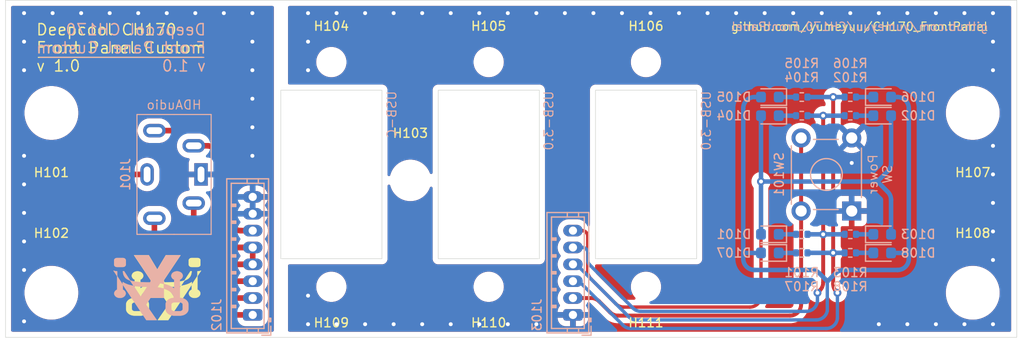
<source format=kicad_pcb>
(kicad_pcb (version 20240108) (generator "pcbnew") (generator_version "8.0")
  (layers (0 "F.Cu" signal) (31 "B.Cu" signal) (34 "B.Paste" user) (35 "F.Paste" user) (36 "B.SilkS" user "B.Silkscreen") (37 "F.SilkS" user "F.Silkscreen") (38 "B.Mask" user) (39 "F.Mask" user) (44 "Edge.Cuts" user))
  (net 0 "")
  (net 1 "Net-(D101-K)")
  (net 2 "/HDD_N")
  (net 3 "Net-(D102-K)")
  (net 4 "Net-(D103-K)")
  (net 5 "/PWR_N")
  (net 6 "Net-(D104-K)")
  (net 7 "Net-(D105-K)")
  (net 8 "Net-(D106-K)")
  (net 9 "Net-(D107-K)")
  (net 10 "Net-(D108-K)")
  (net 11 "/HDA_T")
  (net 12 "/HDA_R")
  (net 13 "/PWR_P")
  (net 14 "/PWR_B")
  (net 15 "/HDD_P")
  (net 16 "/PWR_G")
  (net 17 "/HDA_G")
  (net 18 "/HDA_S")
  (net 19 "/HDA_TN")
  (net 20 "/HDA_RN")
  (footprint "MountingHole:MountingHole_3.2mm_M3" (layer "F.Cu") (at 142.376 96.264)
    (property "Reference" "H103")
    (property "Value" "M3")
  )
  (footprint "MountingHole:MountingHole_2.2mm_M2" (layer "F.Cu") (at 149.342 85.736)
    (property "Reference" "H105")
    (property "Value" "M2")
  )
  (footprint "MountingHole:MountingHole_4.3mm_M4" (layer "F.Cu") (at 110.426 106.264)
    (property "Reference" "H102")
    (property "Value" "M4")
  )
  (footprint "MountingHole:MountingHole_4.3mm_M4" (layer "F.Cu") (at 192.426 90.264)
    (property "Reference" "H107")
    (property "Value" "M4")
  )
  (footprint "MountingHole:MountingHole_2.2mm_M2" (layer "F.Cu") (at 135.342 85.736)
    (property "Reference" "H104")
    (property "Value" "M2")
  )
  (footprint "MountingHole:MountingHole_4.3mm_M4" (layer "F.Cu") (at 192.426 106.264)
    (property "Reference" "H108")
    (property "Value" "M4")
  )
  (footprint "MountingHole:MountingHole_2.2mm_M2" (layer "F.Cu") (at 163.342 85.736)
    (property "Reference" "H106")
    (property "Value" "M2")
  )
  (footprint "MountingHole:MountingHole_2.2mm_M2" (layer "F.Cu") (at 163.342 105.736)
    (property "Reference" "H111")
    (property "Value" "M2")
  )
  (footprint "MountingHole:MountingHole_2.2mm_M2" (layer "F.Cu") (at 135.342 105.736)
    (property "Reference" "H109")
    (property "Value" "M2")
  )
  (footprint "MountingHole:MountingHole_4.3mm_M4" (layer "F.Cu") (at 110.426 90.264)
    (property "Reference" "H101")
    (property "Value" "M4")
  )
  (footprint "MountingHole:MountingHole_2.2mm_M2" (layer "F.Cu") (at 149.342 105.736)
    (property "Reference" "H110")
    (property "Value" "M2")
  )
  (footprint "LED_SMD:LED_0603_1608Metric" (layer "B.Cu") (at 184.367 88.849)
    (property "Reference" "D106")
    (property "Value" "Blue")
  )
  (footprint "CH170_FrontPanel:Audio_Jack_PJ358A" (layer "B.Cu") (at 121.342 95.736 -90)
    (property "Reference" "J101")
    (property "Value" "AudioJack3_Ground_SwitchTR")
  )
  (footprint "Connector_JST:JST_ZH_B6B-ZR_1x06_P1.50mm_Vertical" (layer "B.Cu") (at 156.842 108.236 90)
    (property "Reference" "J103")
    (property "Value" "HY P1.5 6P")
  )
  (footprint "Resistor_SMD:R_0402_1005Metric" (layer "B.Cu") (at 177.208 88.849 180)
    (property "Reference" "R105")
    (property "Value" "510")
  )
  (footprint "LED_SMD:LED_0603_1608Metric" (layer "B.Cu") (at 174.367 101.064 180)
    (property "Reference" "D101")
    (property "Value" "Red")
  )
  (footprint "LED_SMD:LED_0603_1608Metric" (layer "B.Cu") (at 174.367 88.849 180)
    (property "Reference" "D105")
    (property "Value" "Blue")
  )
  (footprint "Resistor_SMD:R_0402_1005Metric" (layer "B.Cu") (at 177.208 101.064 180)
    (property "Reference" "R101")
    (property "Value" "510")
  )
  (footprint "Connector_JST:JST_ZH_B8B-ZR_1x08_P1.50mm_Vertical" (layer "B.Cu") (at 128.342 108.236 90)
    (property "Reference" "J102")
    (property "Value" "HY P1.5 8P")
  )
  (footprint "LED_SMD:LED_0603_1608Metric" (layer "B.Cu") (at 184.367 90.507)
    (property "Reference" "D102")
    (property "Value" "Red")
  )
  (footprint "Resistor_SMD:R_0402_1005Metric" (layer "B.Cu") (at 181.526 102.715)
    (property "Reference" "R108")
    (property "Value" "510")
  )
  (footprint "Resistor_SMD:R_0402_1005Metric" (layer "B.Cu") (at 181.526 90.507)
    (property "Reference" "R102")
    (property "Value" "510")
  )
  (footprint "LED_SMD:LED_0603_1608Metric" (layer "B.Cu") (at 184.367 101.064)
    (property "Reference" "D103")
    (property "Value" "Red")
  )
  (footprint "LED_SMD:LED_0603_1608Metric" (layer "B.Cu") (at 174.367 102.722 180)
    (property "Reference" "D107")
    (property "Value" "Blue")
  )
  (footprint "Button_Switch_THT:SW_TH_Tactile_Omron_B3F-10xx" (layer "B.Cu") (at 181.650727 98.989262 90)
    (property "Reference" "SW101")
    (property "Value" "SW_Push")
  )
  (footprint "LED_SMD:LED_0603_1608Metric" (layer "B.Cu") (at 174.367 90.507 180)
    (property "Reference" "D104")
    (property "Value" "Red")
  )
  (footprint "Resistor_SMD:R_0402_1005Metric" (layer "B.Cu") (at 177.208 102.715 180)
    (property "Reference" "R107")
    (property "Value" "510")
  )
  (footprint "LED_SMD:LED_0603_1608Metric" (layer "B.Cu") (at 184.367 102.722)
    (property "Reference" "D108")
    (property "Value" "Blue")
  )
  (footprint "Resistor_SMD:R_0402_1005Metric" (layer "B.Cu") (at 181.526 88.849)
    (property "Reference" "R106")
    (property "Value" "510")
  )
  (footprint "Resistor_SMD:R_0402_1005Metric" (layer "B.Cu") (at 181.528 101.064)
    (property "Reference" "R103")
    (property "Value" "510")
  )
  (footprint "Resistor_SMD:R_0402_1005Metric" (layer "B.Cu") (at 177.208 90.507 180)
    (property "Reference" "R104")
    (property "Value" "510")
  )
  (gr_poly (pts (xy 116.273209 105.989845) (xy 116.254843 105.998475) (xy 116.237085 106.00763) (xy 116.219944 106.017289) (xy 116.203432 106.027436) (xy 116.187557 106.038051) (xy 116.17233 106.049115) (xy 116.15776 106.060609) (xy 116.143859 106.072516) (xy 116.130635 106.084815) (xy 116.118099 106.097489) (xy 116.106261 106.110519) (xy 116.095131 106.123886) (xy 116.084718 106.137571) (xy 116.075033 106.151556) (xy 116.066085 106.165822) (xy 116.057886 106.18035) (xy 116.050444 106.195122) (xy 116.04377 106.210118) (xy 116.037873 106.22532) (xy 116.032764 106.24071) (xy 116.028452 106.256269) (xy 116.024949 106.271977) (xy 116.022262 106.287817) (xy 116.020404 106.303769) (xy 116.019383 106.319815) (xy 116.019209 106.335936) (xy 116.019893 106.352114) (xy 116.021445 106.368329) (xy 116.023874 106.384564) (xy 116.027191 106.400798) (xy 116.031405 106.417014) (xy 116.036527 106.433194) (xy 116.042517 106.449192) (xy 116.049318 106.464871) (xy 116.065265 106.495219) (xy 116.084203 106.524139) (xy 116.105967 106.551534) (xy 116.130389 106.577303) (xy 116.157306 106.601349) (xy 116.186551 106.623573) (xy 116.217959 106.643877) (xy 116.251364 106.662161) (xy 116.2866 106.678327) (xy 116.323502 106.692276) (xy 116.361904 106.703911) (xy 116.40164 106.713132) (xy 116.442545 106.71984) (xy 116.484453 106.723937) (xy 116.527199 106.725325) (xy 116.548666 106.724976) (xy 116.569944 106.723937) (xy 116.591013 106.722221) (xy 116.611853 106.71984) (xy 116.632441 106.716806) (xy 116.652758 106.713132) (xy 116.672782 106.708829) (xy 116.692494 106.703911) (xy 116.711872 106.698389) (xy 116.730896 106.692276) (xy 116.749544 106.685585) (xy 116.767797 106.678327) (xy 116.785634 106.670515) (xy 116.803033 106.662161) (xy 116.819975 106.653277) (xy 116.836438 106.643877) (xy 116.852402 106.633971) (xy 116.867846 106.623573) (xy 116.882749 106.612695) (xy 116.897091 106.601349) (xy 116.910851 106.589548) (xy 116.924008 106.577303) (xy 116.936542 106.564628) (xy 116.948431 106.551534) (xy 116.959655 106.538033) (xy 116.970194 106.524139) (xy 116.980027 106.509864) (xy 116.989133 106.495219) (xy 116.99749 106.480217) (xy 117.00508 106.464871) (xy 117.01188 106.449192) (xy 117.017871 106.433194) (xy 117.022992 106.417014) (xy 117.027207 106.400798) (xy 117.030523 106.384564) (xy 117.032952 106.368329) (xy 117.034504 106.352114) (xy 117.035188 106.335936) (xy 117.035015 106.319815) (xy 117.033994 106.303769) (xy 117.032135 106.287817) (xy 117.029449 106.271977) (xy 117.025945 106.256269) (xy 117.021634 106.24071) (xy 117.016525 106.22532) (xy 117.010628 106.210118) (xy 117.003954 106.195122) (xy 116.996512 106.18035) (xy 116.988312 106.165822) (xy 116.979365 106.151556) (xy 116.96968 106.137571) (xy 116.959267 106.123886) (xy 116.948136 106.110519) (xy 116.936298 106.097489) (xy 116.923762 106.084815) (xy 116.910538 106.072516) (xy 116.896637 106.060609) (xy 116.882068 106.049115) (xy 116.866841 106.038051) (xy 116.850966 106.027436) (xy 116.834453 106.017289) (xy 116.817313 106.00763) (xy 116.799554 105.998475) (xy 116.781188 105.989845) (xy 116.781188 105.542004) (xy 116.273209 104.77771)) (stroke (width 0.030708)) (fill solid) (layer "B.SilkS"))
  (gr_poly (pts (xy 119.950246 104.195123) (xy 119.205846 105.348089) (xy 118.95373 105.738504) (xy 118.376828 106.631989) (xy 117.740625 105.655239) (xy 117.675506 105.644167) (xy 117.611956 105.632341) (xy 117.549967 105.61975) (xy 117.489532 105.60638) (xy 117.430643 105.592218) (xy 117.373294 105.577252) (xy 117.317475 105.561467) (xy 117.263181 105.544852) (xy 117.210403 105.527393) (xy 117.159135 105.509076) (xy 117.109368 105.48989) (xy 117.061095 105.46982) (xy 117.014309 105.448855) (xy 116.969002 105.42698) (xy 116.925167 105.404182) (xy 116.882796 105.38045) (xy 116.869703 105.372702) (xy 116.85672 105.364846) (xy 116.843848 105.356881) (xy 116.831087 105.34881) (xy 116.81844 105.340632) (xy 116.805907 105.332348) (xy 116.793489 105.323959) (xy 116.781188 105.315466) (xy 116.781188 105.542003) (xy 118.876796 108.695107) (xy 119.798834 108.695107) (xy 118.844693 107.323614) (xy 119.264693 106.679919) (xy 119.264693 105.743219) (xy 119.342609 105.745581) (xy 119.419119 105.748749) (xy 119.494234 105.752715) (xy 119.567959 105.757468) (xy 119.640306 105.763) (xy 119.711281 105.769301) (xy 119.780894 105.776362) (xy 119.849153 105.784172) (xy 120.885976 104.195122)) (stroke (width 0.037499)) (fill solid) (layer "B.SilkS"))
  (gr_poly (pts (xy 121.585524 104.360776) (xy 121.564246 104.361815) (xy 121.543177 104.363531) (xy 121.522338 104.365912) (xy 121.501749 104.368946) (xy 121.481433 104.372621) (xy 121.461408 104.376923) (xy 121.441696 104.381841) (xy 121.422318 104.387363) (xy 121.403294 104.393476) (xy 121.384646 104.400168) (xy 121.366393 104.407426) (xy 121.348556 104.415238) (xy 121.331157 104.423592) (xy 121.314215 104.432475) (xy 121.297752 104.441876) (xy 121.281788 104.451781) (xy 121.266344 104.462179) (xy 121.251441 104.473057) (xy 121.237099 104.484403) (xy 121.223339 104.496205) (xy 121.210182 104.508449) (xy 121.197649 104.521125) (xy 121.185759 104.534219) (xy 121.174535 104.547719) (xy 121.163996 104.561613) (xy 121.154163 104.575889) (xy 121.145058 104.590534) (xy 121.1367 104.605535) (xy 121.12911 104.620882) (xy 121.12231 104.63656) (xy 121.116319 104.652559) (xy 121.111198 104.668738) (xy 121.106983 104.684954) (xy 121.103667 104.701189) (xy 121.101238 104.717423) (xy 121.099686 104.733638) (xy 121.099002 104.749816) (xy 121.099175 104.765937) (xy 121.100196 104.781983) (xy 121.102055 104.797935) (xy 121.104741 104.813775) (xy 121.108245 104.829484) (xy 121.112556 104.845042) (xy 121.117665 104.860432) (xy 121.123562 104.875634) (xy 121.130236 104.89063) (xy 121.137678 104.905402) (xy 121.145878 104.91993) (xy 121.154825 104.934196) (xy 121.16451 104.94818) (xy 121.174923 104.961866) (xy 121.186053 104.975232) (xy 121.197891 104.988262) (xy 121.210427 105.000936) (xy 121.223651 105.013236) (xy 121.237553 105.025142) (xy 121.252122 105.036637) (xy 121.267349 105.047701) (xy 121.283224 105.058315) (xy 121.299737 105.068462) (xy 121.316877 105.078122) (xy 121.334636 105.087276) (xy 121.353002 105.095907) (xy 121.353002 105.888107) (xy 121.3182 105.861934) (xy 121.282369 105.836427) (xy 121.245508 105.811586) (xy 121.207617 105.78741) (xy 121.168693 105.7639) (xy 121.128737 105.741054) (xy 121.087747 105.718873) (xy 121.045722 105.697356) (xy 120.977109 105.664623) (xy 120.906237 105.633724) (xy 120.83318 105.604613) (xy 120.758012 105.577245) (xy 120.680805 105.551577) (xy 120.601632 105.527563) (xy 120.520567 105.505158) (xy 120.437684 105.484319) (xy 120.437684 105.900251) (xy 120.483408 105.914288) (xy 120.528017 105.928902) (xy 120.571495 105.944094) (xy 120.613827 105.95987) (xy 120.654997 105.976231) (xy 120.69499 105.993181) (xy 120.733791 106.010723) (xy 120.771384 106.02886) (xy 120.827749 106.058484) (xy 120.88156 106.089742) (xy 120.932763 106.122682) (xy 120.981304 106.15735) (xy 121.02713 106.193793) (xy 121.070185 106.232059) (xy 121.110416 106.272194) (xy 121.147769 106.314245) (xy 121.182189 106.35826) (xy 121.213624 106.404284) (xy 121.242018 106.452364) (xy 121.267318 106.502549) (xy 121.289469 106.554884) (xy 121.308418 106.609416) (xy 121.324111 106.666192) (xy 121.336493 106.72526) (xy 121.297904 106.726656) (xy 121.259848 106.729514) (xy 121.222369 106.733798) (xy 121.185514 106.739471) (xy 121.149328 106.746498) (xy 121.113855 106.754843) (xy 121.079143 106.76447) (xy 121.045235 106.775343) (xy 121.012178 106.787426) (xy 120.980016 106.800683) (xy 120.948796 106.815077) (xy 120.918563 106.830574) (xy 120.889361 106.847136) (xy 120.861237 106.864729) (xy 120.834236 106.883315) (xy 120.808403 106.90286) (xy 120.783784 106.923327) (xy 120.760425 106.944679) (xy 120.738369 106.966882) (xy 120.717664 106.989899) (xy 120.698354 107.013694) (xy 120.680485 107.038232) (xy 120.664103 107.063475) (xy 120.649252 107.089389) (xy 120.635978 107.115937) (xy 120.624326 107.143083) (xy 120.614343 107.170791) (xy 120.606073 107.199026) (xy 120.599561 107.227751) (xy 120.594854 107.25693) (xy 120.591996 107.286528) (xy 120.591034 107.316508) (xy 120.591034 107.71067) (xy 120.592027 107.741092) (xy 120.594972 107.771115) (xy 120.599819 107.800702) (xy 120.606522 107.829814) (xy 120.615032 107.858416) (xy 120.625301 107.88647) (xy 120.637281 107.913939) (xy 120.650926 107.940785) (xy 120.666186 107.966972) (xy 120.683013 107.992463) (xy 120.701361 108.01722) (xy 120.721181 108.041205) (xy 120.742425 108.064383) (xy 120.765046 108.086716) (xy 120.788995 108.108167) (xy 120.814225 108.128698) (xy 120.868334 108.166853) (xy 120.926992 108.200886) (xy 120.989815 108.230497) (xy 121.05642 108.255391) (xy 121.126424 108.275271) (xy 121.199445 108.289838) (xy 121.275098 108.298797) (xy 121.313793 108.301079) (xy 121.353002 108.301849) (xy 121.861026 108.301849) (xy 121.900235 108.301078) (xy 121.93893 108.298793) (xy 121.977062 108.295032) (xy 122.014583 108.289831) (xy 122.051446 108.283228) (xy 122.087602 108.275261) (xy 122.123004 108.265965) (xy 122.157605 108.255378) (xy 122.191355 108.243538) (xy 122.224208 108.230482) (xy 122.256115 108.216246) (xy 122.287029 108.200868) (xy 122.316901 108.184385) (xy 122.345684 108.166834) (xy 122.37333 108.148253) (xy 122.399791 108.128678) (xy 122.425019 108.108146) (xy 122.448966 108.086696) (xy 122.471585 108.064363) (xy 122.492828 108.041185) (xy 122.512646 108.0172) (xy 122.530992 107.992444) (xy 122.547817 107.966954) (xy 122.563075 107.940768) (xy 122.576718 107.913923) (xy 122.588696 107.886456) (xy 122.598963 107.858404) (xy 122.607471 107.829804) (xy 122.614171 107.800693) (xy 122.619016 107.771109) (xy 122.621959 107.741089) (xy 122.62295 107.71067) (xy 122.62295 107.316508) (xy 122.62295 107.316507) (xy 122.114971 107.316507) (xy 122.114971 107.710669) (xy 122.114637 107.720808) (xy 122.113653 107.730814) (xy 122.112034 107.740675) (xy 122.109798 107.750377) (xy 122.10696 107.759909) (xy 122.103535 107.769259) (xy 122.09954 107.778413) (xy 122.094991 107.78736) (xy 122.089903 107.796087) (xy 122.084293 107.804582) (xy 122.078176 107.812833) (xy 122.071569 107.820826) (xy 122.064487 107.828551) (xy 122.056947 107.835993) (xy 122.048964 107.843142) (xy 122.040554 107.849984) (xy 122.022518 107.862699) (xy 122.002967 107.87404) (xy 121.982028 107.883908) (xy 121.959829 107.892204) (xy 121.936497 107.898829) (xy 121.91216 107.903683) (xy 121.886945 107.906668) (xy 121.874049 107.907429) (xy 121.860981 107.907686) (xy 121.352932 107.907686) (xy 121.339865 107.907426) (xy 121.326969 107.906663) (xy 121.31426 107.905407) (xy 121.301756 107.903672) (xy 121.28947 107.90147) (xy 121.27742 107.898813) (xy 121.265622 107.895713) (xy 121.254091 107.892184) (xy 121.242843 107.888237) (xy 121.231894 107.883884) (xy 121.221261 107.879139) (xy 121.210959 107.874013) (xy 121.201004 107.868519) (xy 121.191412 107.862669) (xy 121.182198 107.856476) (xy 121.17338 107.849952) (xy 121.164973 107.84311) (xy 121.156992 107.835961) (xy 121.149455 107.828519) (xy 121.142376 107.820795) (xy 121.135771 107.812802) (xy 121.129658 107.804552) (xy 121.124051 107.796059) (xy 121.118966 107.787333) (xy 121.11442 107.778388) (xy 121.110428 107.769236) (xy 121.107007 107.759889) (xy 121.104171 107.75036) (xy 121.101939 107.740661) (xy 121.100324 107.730805) (xy 121.099343 107.720803) (xy 121.099013 107.710669) (xy 121.099014 107.316507) (xy 121.099325 107.306734) (xy 121.100256 107.297028) (xy 121.101796 107.287404) (xy 121.103937 107.277879) (xy 121.106671 107.268469) (xy 121.10999 107.259189) (xy 121.113883 107.250057) (xy 121.118344 107.241088) (xy 121.123363 107.232298) (xy 121.128931 107.223704) (xy 121.135041 107.215321) (xy 121.141682 107.207167) (xy 121.148848 107.199256) (xy 121.156528 107.191606) (xy 121.164715 107.184232) (xy 121.1734 107.17715) (xy 121.182527 107.170411) (xy 121.19203 107.164058) (xy 121.20189 107.158099) (xy 121.212085 107.152538) (xy 121.222595 107.147385) (xy 121.233398 107.142644) (xy 121.244474 107.138323) (xy 121.255802 107.134428) (xy 121.267361 107.130967) (xy 121.279131 107.127945) (xy 121.29109 107.12537) (xy 121.303219 107.123248) (xy 121.315495 107.121586) (xy 121.327898 107.120391) (xy 121.340407 107.119668) (xy 121.353002 107.119426) (xy 121.86097 107.119426) (xy 121.873565 107.119668) (xy 121.886075 107.12039) (xy 121.898478 107.121585) (xy 121.910754 107.123246) (xy 121.922882 107.125368) (xy 121.934842 107.127942) (xy 121.946612 107.130964) (xy 121.958171 107.134425) (xy 121.9695 107.138319) (xy 121.980576 107.142639) (xy 121.991379 107.14738) (xy 122.001889 107.152533) (xy 122.012085 107.158093) (xy 122.021945 107.164052) (xy 122.031449 107.170405) (xy 122.040575 107.177143) (xy 122.049261 107.184225) (xy 122.057449 107.191599) (xy 122.06513 107.199249) (xy 122.072296 107.207159) (xy 122.078938 107.215314) (xy 122.085048 107.223696) (xy 122.090617 107.232291) (xy 122.095636 107.241081) (xy 122.100097 107.25005) (xy 122.103992 107.259183) (xy 122.10731 107.268463) (xy 122.110045 107.277874) (xy 122.112187 107.2874) (xy 122.113728 107.297025) (xy 122.114659 107.306733) (xy 122.114971 107.316507) (xy 122.62295 107.316507) (xy 122.622015 107.28719) (xy 122.619225 107.258072) (xy 122.614604 107.2292) (xy 122.60818 107.200625) (xy 122.599977 107.172394) (xy 122.590023 107.144556) (xy 122.578341 107.117159) (xy 122.564959 107.090251) (xy 122.549903 107.063882) (xy 122.533197 107.038099) (xy 122.514869 107.012952) (xy 122.494944 106.988488) (xy 122.473447 106.964756) (xy 122.450405 106.941805) (xy 122.425843 106.919683) (xy 122.399788 106.898438) (xy 122.372409 106.878221) (xy 122.343898 106.859162) (xy 122.314319 106.841283) (xy 122.283734 106.824602) (xy 122.252206 106.809141) (xy 122.219796 106.794919) (xy 122.186568 106.781956) (xy 122.152583 106.770272) (xy 122.117905 106.759887) (xy 122.082596 106.750822) (xy 122.046718 106.743097) (xy 122.010333 106.736731) (xy 121.973505 106.731745) (xy 121.936295 106.728158) (xy 121.898767 106.725992) (xy 121.860981 106.725265) (xy 121.86098 105.095907) (xy 121.879347 105.087276) (xy 121.897105 105.078122) (xy 121.914246 105.068462) (xy 121.930758 105.058315) (xy 121.946633 105.047701) (xy 121.96186 105.036637) (xy 121.97643 105.025142) (xy 121.990331 105.013236) (xy 122.003555 105.000936) (xy 122.016091 104.988262) (xy 122.027929 104.975232) (xy 122.039059 104.961866) (xy 122.049472 104.94818) (xy 122.059157 104.934196) (xy 122.068105 104.91993) (xy 122.076304 104.905402) (xy 122.083746 104.89063) (xy 122.09042 104.875634) (xy 122.096317 104.860432) (xy 122.101426 104.845042) (xy 122.105738 104.829484) (xy 122.109241 104.813775) (xy 122.111928 104.797935) (xy 122.113786 104.781983) (xy 122.114807 104.765937) (xy 122.114981 104.749816) (xy 122.114297 104.733638) (xy 122.112745 104.717423) (xy 122.110316 104.701189) (xy 122.106999 104.684954) (xy 122.102785 104.668738) (xy 122.097663 104.652559) (xy 122.091673 104.63656) (xy 122.084872 104.620882) (xy 122.068925 104.590534) (xy 122.049987 104.561613) (xy 122.028223 104.534219) (xy 122.003801 104.508449) (xy 121.976884 104.484403) (xy 121.947639 104.462179) (xy 121.916231 104.441876) (xy 121.882826 104.423592) (xy 121.84759 104.407426) (xy 121.810688 104.393476) (xy 121.772286 104.381841) (xy 121.73255 104.372621) (xy 121.691645 104.365912) (xy 121.649737 104.361815) (xy 121.606991 104.360427)) (stroke (width 0.030749)) (fill solid) (layer "B.SilkS"))
  (gr_poly (pts (xy 116.877615 104.351272) (xy 116.865095 104.353069) (xy 116.85254 104.354703) (xy 116.839952 104.356174) (xy 116.827335 104.357482) (xy 116.81469 104.358626) (xy 116.80202 104.359607) (xy 116.789328 104.360423) (xy 116.796418 104.424729) (xy 116.805711 104.485873) (xy 116.817243 104.543953) (xy 116.82386 104.571874) (xy 116.83105 104.599066) (xy 116.838819 104.625541) (xy 116.84717 104.651311) (xy 116.856109 104.676389) (xy 116.86564 104.700787) (xy 116.875766 104.724516) (xy 116.886494 104.74759) (xy 116.897827 104.770021) (xy 116.909771 104.79182) (xy 116.922329 104.813) (xy 116.935506 104.833574) (xy 116.949307 104.853553) (xy 116.963736 104.87295) (xy 116.978798 104.891777) (xy 116.994498 104.910047) (xy 117.01084 104.927771) (xy 117.027828 104.944962) (xy 117.045467 104.961633) (xy 117.063763 104.977794) (xy 117.082718 104.99346) (xy 117.102339 105.008641) (xy 117.122628 105.023351) (xy 117.143592 105.037601) (xy 117.18756 105.064772) (xy 117.213034 105.079079) (xy 117.239674 105.093028) (xy 117.267482 105.106623) (xy 117.296463 105.119865) (xy 117.326619 105.132757) (xy 117.357954 105.145301) (xy 117.390471 105.157498) (xy 117.424173 105.169352) (xy 116.890098 104.349312)) (stroke (width 0.037499)) (fill solid) (layer "B.SilkS"))
  (gr_poly (pts (xy 116.273222 103.178001) (xy 116.260627 103.178243) (xy 116.248117 103.178965) (xy 116.235714 103.18016) (xy 116.223438 103.181821) (xy 116.211309 103.183943) (xy 116.19935 103.186517) (xy 116.18758 103.189538) (xy 116.17602 103.192999) (xy 116.164692 103.196894) (xy 116.153615 103.201214) (xy 116.142812 103.205955) (xy 116.132302 103.211108) (xy 116.122106 103.216668) (xy 116.112246 103.222627) (xy 116.102742 103.22898) (xy 116.093615 103.235718) (xy 116.08493 103.2428) (xy 116.076742 103.250173) (xy 116.069061 103.257824) (xy 116.061895 103.265734) (xy 116.055253 103.273889) (xy 116.049143 103.282271) (xy 116.043574 103.290865) (xy 116.038554 103.299655) (xy 116.034093 103.308625) (xy 116.030199 103.317758) (xy 116.02688 103.327038) (xy 116.024145 103.336449) (xy 116.022003 103.345975) (xy 116.020462 103.3556) (xy 116.019531 103.365307) (xy 116.019219 103.375082) (xy 116.019219 103.769244) (xy 116.019553 103.779383) (xy 116.020537 103.789389) (xy 116.022156 103.79925) (xy 116.024392 103.808952) (xy 116.02723 103.818484) (xy 116.030655 103.827834) (xy 116.03465 103.836988) (xy 116.039199 103.845935) (xy 116.044287 103.854662) (xy 116.049897 103.863158) (xy 116.056014 103.871408) (xy 116.062621 103.879402) (xy 116.069703 103.887126) (xy 116.077243 103.894568) (xy 116.085227 103.901717) (xy 116.093636 103.908559) (xy 116.111672 103.921274) (xy 116.131224 103.932615) (xy 116.152163 103.942483) (xy 116.174362 103.950779) (xy 116.197694 103.957404) (xy 116.222031 103.962258) (xy 116.247245 103.965243) (xy 116.260142 103.966004) (xy 116.273209 103.96626) (xy 116.781259 103.96626) (xy 116.794326 103.966001) (xy 116.807222 103.965238) (xy 116.819931 103.963982) (xy 116.832435 103.962247) (xy 116.844721 103.960045) (xy 116.856771 103.957388) (xy 116.868569 103.954288) (xy 116.8801 103.950759) (xy 116.891348 103.946811) (xy 116.902297 103.942459) (xy 116.91293 103.937714) (xy 116.923232 103.932588) (xy 116.933188 103.927094) (xy 116.94278 103.921244) (xy 116.951993 103.915051) (xy 116.960811 103.908527) (xy 116.969218 103.901685) (xy 116.977199 103.894536) (xy 116.984737 103.887093) (xy 116.991816 103.87937) (xy 116.99842 103.871377) (xy 117.004534 103.863127) (xy 117.010141 103.854634) (xy 117.015225 103.845908) (xy 117.019772 103.836963) (xy 117.023763 103.827811) (xy 117.027185 103.818464) (xy 117.03002 103.808935) (xy 117.032253 103.799236) (xy 117.033867 103.78938) (xy 117.034848 103.779378) (xy 117.035178 103.769244) (xy 117.035178 103.375082) (xy 117.034867 103.365309) (xy 117.033937 103.355603) (xy 117.032397 103.345979) (xy 117.030255 103.336454) (xy 117.027521 103.327044) (xy 117.024203 103.317765) (xy 117.020309 103.308632) (xy 117.015849 103.299663) (xy 117.01083 103.290873) (xy 117.005261 103.282279) (xy 116.999152 103.273897) (xy 116.99251 103.265742) (xy 116.985345 103.257832) (xy 116.977664 103.250181) (xy 116.969477 103.242807) (xy 116.960792 103.235726) (xy 116.951665 103.228986) (xy 116.942161 103.222634) (xy 116.932301 103.216674) (xy 116.922106 103.211114) (xy 116.911597 103.20596) (xy 116.900793 103.201219) (xy 116.889717 103.196898) (xy 116.878389 103.193003) (xy 116.86683 103.189542) (xy 116.85506 103.18652) (xy 116.8431 103.183945) (xy 116.830972 103.181823) (xy 116.818696 103.180161) (xy 116.806293 103.178965) (xy 116.793783 103.178243) (xy 116.781188 103.178001)) (stroke (width 0.030708)) (fill solid) (layer "B.SilkS"))
  (gr_poly (pts (xy 119.848572 104.209527) (xy 119.083826 102.930535) (xy 117.791916 102.930535) (xy 119.264693 105.131886) (xy 119.264693 105.349056) (xy 119.423501 105.354237) (xy 119.579226 105.362546) (xy 119.731669 105.374094) (xy 119.880631 105.388992) (xy 120.025912 105.407353) (xy 120.167315 105.429286) (xy 120.304638 105.454904) (xy 120.437684 105.484319) (xy 120.437684 105.131886) (xy 121.913045 102.930535) (xy 120.613384 102.930535)) (stroke (width 0.030749)) (fill solid) (layer "B.SilkS"))
  (gr_poly (pts (xy 119.264692 106.679919) (xy 119.264692 106.718354) (xy 120.437683 106.718354) (xy 120.437683 105.900251) (xy 120.371871 105.881642) (xy 120.303766 105.864228) (xy 120.233406 105.847997) (xy 120.160831 105.832938) (xy 120.086079 105.819037) (xy 120.009189 105.806284) (xy 119.930201 105.794666) (xy 119.849153 105.784172) (xy 119.780894 105.776362) (xy 119.711281 105.769301) (xy 119.640306 105.763) (xy 119.567959 105.757468) (xy 119.494234 105.752715) (xy 119.419119 105.748749) (xy 119.342609 105.745581) (xy 119.264693 105.743219)) (stroke (width 0.030749)) (fill solid) (layer "B.SilkS"))
  (gr_line (start 123.995 85.316) (end 109.39 85.316) (stroke (width 0.1)) (layer "B.SilkS"))
  (gr_poly (pts (xy 117.740625 105.655239) (xy 117.870754 105.674467) (xy 118.007025 105.690961) (xy 118.149442 105.704829) (xy 118.298004 105.716176) (xy 118.452712 105.725111) (xy 118.613569 105.731739) (xy 118.780575 105.736167) (xy 118.95373 105.738503) (xy 119.205846 105.348088) (xy 119.13683 105.346533) (xy 119.102116 105.345979) (xy 119.067094 105.345763) (xy 118.782004 105.34285) (xy 118.522055 105.334201) (xy 118.401139 105.327767) (xy 118.286065 105.319949) (xy 118.176686 105.310765) (xy 118.072854 105.30023) (xy 117.974422 105.288361) (xy 117.881241 105.275176) (xy 117.793164 105.260691) (xy 117.710043 105.244923) (xy 117.631731 105.227888) (xy 117.558081 105.209603) (xy 117.488944 105.190086) (xy 117.424172 105.169352)) (stroke (width 0.030708)) (fill solid) (layer "B.SilkS"))
  (gr_poly (pts (xy 116.273222 103.178001) (xy 116.260627 103.178243) (xy 116.248117 103.178965) (xy 116.235714 103.18016) (xy 116.223438 103.181821) (xy 116.211309 103.183943) (xy 116.19935 103.186517) (xy 116.18758 103.189538) (xy 116.17602 103.192999) (xy 116.164692 103.196894) (xy 116.153615 103.201214) (xy 116.142812 103.205955) (xy 116.132302 103.211108) (xy 116.122106 103.216668) (xy 116.112246 103.222627) (xy 116.102742 103.22898) (xy 116.093615 103.235718) (xy 116.08493 103.2428) (xy 116.076742 103.250173) (xy 116.069061 103.257824) (xy 116.061895 103.265734) (xy 116.055253 103.273889) (xy 116.049143 103.282271) (xy 116.043574 103.290865) (xy 116.038554 103.299655) (xy 116.034093 103.308625) (xy 116.030199 103.317758) (xy 116.02688 103.327038) (xy 116.024145 103.336449) (xy 116.022003 103.345975) (xy 116.020462 103.3556) (xy 116.019531 103.365307) (xy 116.019219 103.375082) (xy 116.019219 103.769244) (xy 116.019553 103.779383) (xy 116.020537 103.789389) (xy 116.022156 103.79925) (xy 116.024392 103.808952) (xy 116.02723 103.818484) (xy 116.030655 103.827834) (xy 116.03465 103.836988) (xy 116.039199 103.845935) (xy 116.044287 103.854662) (xy 116.049897 103.863158) (xy 116.056014 103.871408) (xy 116.062621 103.879402) (xy 116.069703 103.887126) (xy 116.077243 103.894568) (xy 116.085227 103.901717) (xy 116.093636 103.908559) (xy 116.111672 103.921274) (xy 116.131224 103.932615) (xy 116.152163 103.942483) (xy 116.174362 103.950779) (xy 116.197694 103.957404) (xy 116.222031 103.962258) (xy 116.247245 103.965243) (xy 116.260142 103.966004) (xy 116.273209 103.96626) (xy 116.781259 103.96626) (xy 116.794326 103.966001) (xy 116.807222 103.965238) (xy 116.819931 103.963982) (xy 116.832435 103.962247) (xy 116.844721 103.960045) (xy 116.856771 103.957388) (xy 116.868569 103.954288) (xy 116.8801 103.950759) (xy 116.891348 103.946811) (xy 116.902297 103.942459) (xy 116.91293 103.937714) (xy 116.923232 103.932588) (xy 116.933188 103.927094) (xy 116.94278 103.921244) (xy 116.951993 103.915051) (xy 116.960811 103.908527) (xy 116.969218 103.901685) (xy 116.977199 103.894536) (xy 116.984737 103.887093) (xy 116.991816 103.87937) (xy 116.99842 103.871377) (xy 117.004534 103.863127) (xy 117.010141 103.854634) (xy 117.015225 103.845908) (xy 117.019772 103.836963) (xy 117.023763 103.827811) (xy 117.027185 103.818464) (xy 117.03002 103.808935) (xy 117.032253 103.799236) (xy 117.033867 103.78938) (xy 117.034848 103.779378) (xy 117.035178 103.769244) (xy 117.035178 103.375082) (xy 117.034867 103.365309) (xy 117.033937 103.355603) (xy 117.032397 103.345979) (xy 117.030255 103.336454) (xy 117.027521 103.327044) (xy 117.024203 103.317765) (xy 117.020309 103.308632) (xy 117.015849 103.299663) (xy 117.01083 103.290873) (xy 117.005261 103.282279) (xy 116.999152 103.273897) (xy 116.99251 103.265742) (xy 116.985345 103.257832) (xy 116.977664 103.250181) (xy 116.969477 103.242807) (xy 116.960792 103.235726) (xy 116.951665 103.228986) (xy 116.942161 103.222634) (xy 116.932301 103.216674) (xy 116.922106 103.211114) (xy 116.911597 103.20596) (xy 116.900793 103.201219) (xy 116.889717 103.196898) (xy 116.878389 103.193003) (xy 116.86683 103.189542) (xy 116.85506 103.18652) (xy 116.8431 103.183945) (xy 116.830972 103.181823) (xy 116.818696 103.180161) (xy 116.806293 103.178965) (xy 116.793783 103.178243) (xy 116.781188 103.178001)) (stroke (width 0.030708)) (fill solid) (layer "B.SilkS"))
  (gr_poly (pts (xy 116.273209 104.777709) (xy 116.273209 104.360422) (xy 116.25269 104.359911) (xy 116.232221 104.358973) (xy 116.211815 104.35761) (xy 116.191481 104.355824) (xy 116.171231 104.353616) (xy 116.151076 104.350989) (xy 116.131025 104.347944) (xy 116.111091 104.344484) (xy 116.091283 104.340611) (xy 116.071612 104.336327) (xy 116.05209 104.331633) (xy 116.032727 104.326532) (xy 116.013534 104.321025) (xy 115.994521 104.315115) (xy 115.975699 104.308803) (xy 115.95708 104.302092)) (stroke (width 0.037499)) (fill solid) (layer "B.SilkS"))
  (gr_poly (pts (xy 123.425097 105.989845) (xy 123.443463 105.998475) (xy 123.461221 106.00763) (xy 123.478362 106.017289) (xy 123.494874 106.027436) (xy 123.510749 106.038051) (xy 123.525976 106.049115) (xy 123.540546 106.060609) (xy 123.554447 106.072516) (xy 123.567671 106.084815) (xy 123.580207 106.097489) (xy 123.592045 106.110519) (xy 123.603175 106.123886) (xy 123.613588 106.137571) (xy 123.623273 106.151556) (xy 123.632221 106.165822) (xy 123.64042 106.18035) (xy 123.647862 106.195122) (xy 123.654536 106.210118) (xy 123.660433 106.22532) (xy 123.665542 106.24071) (xy 123.669854 106.256269) (xy 123.673357 106.271977) (xy 123.676044 106.287817) (xy 123.677902 106.303769) (xy 123.678923 106.319815) (xy 123.679097 106.335936) (xy 123.678413 106.352114) (xy 123.676861 106.368329) (xy 123.674432 106.384564) (xy 123.671115 106.400798) (xy 123.666901 106.417014) (xy 123.661779 106.433194) (xy 123.655789 106.449192) (xy 123.648988 106.464871) (xy 123.633041 106.495219) (xy 123.614103 106.524139) (xy 123.592339 106.551534) (xy 123.567917 106.577303) (xy 123.541 106.601349) (xy 123.511755 106.623573) (xy 123.480347 106.643877) (xy 123.446942 106.662161) (xy 123.411706 106.678327) (xy 123.374804 106.692276) (xy 123.336402 106.703911) (xy 123.296666 106.713132) (xy 123.255761 106.71984) (xy 123.213853 106.723937) (xy 123.171107 106.725325) (xy 123.14964 106.724976) (xy 123.128362 106.723937) (xy 123.107293 106.722221) (xy 123.086453 106.71984) (xy 123.065865 106.716806) (xy 123.045548 106.713132) (xy 123.025524 106.708829) (xy 123.005812 106.703911) (xy 122.986434 106.698389) (xy 122.96741 106.692276) (xy 122.948762 106.685585) (xy 122.930509 106.678327) (xy 122.912672 106.670515) (xy 122.895273 106.662161) (xy 122.878331 106.653277) (xy 122.861868 106.643877) (xy 122.845904 106.633971) (xy 122.83046 106.623573) (xy 122.815557 106.612695) (xy 122.801215 106.601349) (xy 122.787455 106.589548) (xy 122.774298 106.577303) (xy 122.761764 106.564628) (xy 122.749875 106.551534) (xy 122.738651 106.538033) (xy 122.728112 106.524139) (xy 122.718279 106.509864) (xy 122.709173 106.495219) (xy 122.700816 106.480217) (xy 122.693226 106.464871) (xy 122.686426 106.449192) (xy 122.680435 106.433194) (xy 122.675314 106.417014) (xy 122.671099 106.400798) (xy 122.667783 106.384564) (xy 122.665354 106.368329) (xy 122.663802 106.352114) (xy 122.663118 106.335936) (xy 122.663291 106.319815) (xy 122.664312 106.303769) (xy 122.666171 106.287817) (xy 122.668857 106.271977) (xy 122.672361 106.256269) (xy 122.676672 106.24071) (xy 122.681781 106.22532) (xy 122.687678 106.210118) (xy 122.694352 106.195122) (xy 122.701794 106.18035) (xy 122.709994 106.165822) (xy 122.718941 106.151556) (xy 122.728626 106.137571) (xy 122.739039 106.123886) (xy 122.75017 106.110519) (xy 122.762008 106.097489) (xy 122.774544 106.084815) (xy 122.787768 106.072516) (xy 122.801669 106.060609) (xy 122.816238 106.049115) (xy 122.831465 106.038051) (xy 122.84734 106.027436) (xy 122.863853 106.017289) (xy 122.880993 106.00763) (xy 122.898752 105.998475) (xy 122.917118 105.989845) (xy 122.917118 105.542004) (xy 123.425097 104.77771)) (stroke (width 0.030708)) (fill solid) (layer "F.SilkS"))
  (gr_poly (pts (xy 122.820691 104.351272) (xy 122.833211 104.353069) (xy 122.845766 104.354703) (xy 122.858354 104.356174) (xy 122.870971 104.357482) (xy 122.883616 104.358626) (xy 122.896286 104.359607) (xy 122.908978 104.360423) (xy 122.901888 104.424729) (xy 122.892595 104.485873) (xy 122.881063 104.543953) (xy 122.874446 104.571874) (xy 122.867256 104.599066) (xy 122.859487 104.625541) (xy 122.851136 104.651311) (xy 122.842197 104.676389) (xy 122.832666 104.700787) (xy 122.82254 104.724516) (xy 122.811812 104.74759) (xy 122.800479 104.770021) (xy 122.788535 104.79182) (xy 122.775977 104.813) (xy 122.7628 104.833574) (xy 122.748999 104.853553) (xy 122.73457 104.87295) (xy 122.719508 104.891777) (xy 122.703808 104.910047) (xy 122.687466 104.927771) (xy 122.670478 104.944962) (xy 122.652839 104.961633) (xy 122.634543 104.977794) (xy 122.615588 104.99346) (xy 122.595967 105.008641) (xy 122.575678 105.023351) (xy 122.554714 105.037601) (xy 122.510746 105.064772) (xy 122.485272 105.079079) (xy 122.458632 105.093028) (xy 122.430824 105.106623) (xy 122.401843 105.119865) (xy 122.371687 105.132757) (xy 122.340352 105.145301) (xy 122.307835 105.157498) (xy 122.274133 105.169352) (xy 122.808208 104.349312)) (stroke (width 0.037499)) (fill solid) (layer "F.SilkS"))
  (gr_poly (pts (xy 121.957681 105.655239) (xy 121.827552 105.674467) (xy 121.691281 105.690961) (xy 121.548864 105.704829) (xy 121.400302 105.716176) (xy 121.245594 105.725111) (xy 121.084737 105.731739) (xy 120.917731 105.736167) (xy 120.744576 105.738503) (xy 120.49246 105.348088) (xy 120.561476 105.346533) (xy 120.59619 105.345979) (xy 120.631212 105.345763) (xy 120.916302 105.34285) (xy 121.176251 105.334201) (xy 121.297167 105.327767) (xy 121.412241 105.319949) (xy 121.52162 105.310765) (xy 121.625452 105.30023) (xy 121.723884 105.288361) (xy 121.817065 105.275176) (xy 121.905142 105.260691) (xy 121.988263 105.244923) (xy 122.066575 105.227888) (xy 122.140225 105.209603) (xy 122.209362 105.190086) (xy 122.274134 105.169352)) (stroke (width 0.030708)) (fill solid) (layer "F.SilkS"))
  (gr_poly (pts (xy 119.849734 104.209527) (xy 120.61448 102.930535) (xy 121.90639 102.930535) (xy 120.433613 105.131886) (xy 120.433613 105.349056) (xy 120.274805 105.354237) (xy 120.11908 105.362546) (xy 119.966637 105.374094) (xy 119.817675 105.388992) (xy 119.672394 105.407353) (xy 119.530991 105.429286) (xy 119.393668 105.454904) (xy 119.260622 105.484319) (xy 119.260622 105.131886) (xy 117.785261 102.930535) (xy 119.084922 102.930535)) (stroke (width 0.030749)) (fill solid) (layer "F.SilkS"))
  (gr_poly (pts (xy 123.425097 104.777709) (xy 123.425097 104.360422) (xy 123.445616 104.359911) (xy 123.466085 104.358973) (xy 123.486491 104.35761) (xy 123.506825 104.355824) (xy 123.527075 104.353616) (xy 123.54723 104.350989) (xy 123.567281 104.347944) (xy 123.587215 104.344484) (xy 123.607023 104.340611) (xy 123.626694 104.336327) (xy 123.646216 104.331633) (xy 123.665579 104.326532) (xy 123.684772 104.321025) (xy 123.703785 104.315115) (xy 123.722607 104.308803) (xy 123.741226 104.302092)) (stroke (width 0.037499)) (fill solid) (layer "F.SilkS"))
  (gr_poly (pts (xy 120.433614 106.679919) (xy 120.433614 106.718354) (xy 119.260623 106.718354) (xy 119.260623 105.900251) (xy 119.326435 105.881642) (xy 119.39454 105.864228) (xy 119.4649 105.847997) (xy 119.537475 105.832938) (xy 119.612227 105.819037) (xy 119.689117 105.806284) (xy 119.768105 105.794666) (xy 119.849153 105.784172) (xy 119.917412 105.776362) (xy 119.987025 105.769301) (xy 120.058 105.763) (xy 120.130347 105.757468) (xy 120.204072 105.752715) (xy 120.279187 105.748749) (xy 120.355697 105.745581) (xy 120.433613 105.743219)) (stroke (width 0.030749)) (fill solid) (layer "F.SilkS"))
  (gr_poly (pts (xy 123.425084 103.178001) (xy 123.437679 103.178243) (xy 123.450189 103.178965) (xy 123.462592 103.18016) (xy 123.474868 103.181821) (xy 123.486997 103.183943) (xy 123.498956 103.186517) (xy 123.510726 103.189538) (xy 123.522286 103.192999) (xy 123.533614 103.196894) (xy 123.544691 103.201214) (xy 123.555494 103.205955) (xy 123.566004 103.211108) (xy 123.5762 103.216668) (xy 123.58606 103.222627) (xy 123.595564 103.22898) (xy 123.604691 103.235718) (xy 123.613376 103.2428) (xy 123.621564 103.250173) (xy 123.629245 103.257824) (xy 123.636411 103.265734) (xy 123.643053 103.273889) (xy 123.649163 103.282271) (xy 123.654732 103.290865) (xy 123.659752 103.299655) (xy 123.664213 103.308625) (xy 123.668107 103.317758) (xy 123.671426 103.327038) (xy 123.674161 103.336449) (xy 123.676303 103.345975) (xy 123.677844 103.3556) (xy 123.678775 103.365307) (xy 123.679087 103.375082) (xy 123.679087 103.769244) (xy 123.678753 103.779383) (xy 123.677769 103.789389) (xy 123.67615 103.79925) (xy 123.673914 103.808952) (xy 123.671076 103.818484) (xy 123.667651 103.827834) (xy 123.663656 103.836988) (xy 123.659107 103.845935) (xy 123.654019 103.854662) (xy 123.648409 103.863158) (xy 123.642292 103.871408) (xy 123.635685 103.879402) (xy 123.628603 103.887126) (xy 123.621063 103.894568) (xy 123.613079 103.901717) (xy 123.60467 103.908559) (xy 123.586634 103.921274) (xy 123.567082 103.932615) (xy 123.546143 103.942483) (xy 123.523944 103.950779) (xy 123.500612 103.957404) (xy 123.476275 103.962258) (xy 123.451061 103.965243) (xy 123.438164 103.966004) (xy 123.425097 103.96626) (xy 122.917047 103.96626) (xy 122.90398 103.966001) (xy 122.891084 103.965238) (xy 122.878375 103.963982) (xy 122.865871 103.962247) (xy 122.853585 103.960045) (xy 122.841535 103.957388) (xy 122.829737 103.954288) (xy 122.818206 103.950759) (xy 122.806958 103.946811) (xy 122.796009 103.942459) (xy 122.785376 103.937714) (xy 122.775074 103.932588) (xy 122.765118 103.927094) (xy 122.755526 103.921244) (xy 122.746313 103.915051) (xy 122.737495 103.908527) (xy 122.729088 103.901685) (xy 122.721107 103.894536) (xy 122.713569 103.887093) (xy 122.70649 103.87937) (xy 122.699886 103.871377) (xy 122.693772 103.863127) (xy 122.688165 103.854634) (xy 122.683081 103.845908) (xy 122.678534 103.836963) (xy 122.674543 103.827811) (xy 122.671121 103.818464) (xy 122.668286 103.808935) (xy 122.666053 103.799236) (xy 122.664439 103.78938) (xy 122.663458 103.779378) (xy 122.663128 103.769244) (xy 122.663128 103.375082) (xy 122.663439 103.365309) (xy 122.664369 103.355603) (xy 122.665909 103.345979) (xy 122.668051 103.336454) (xy 122.670785 103.327044) (xy 122.674103 103.317765) (xy 122.677997 103.308632) (xy 122.682457 103.299663) (xy 122.687476 103.290873) (xy 122.693045 103.282279) (xy 122.699154 103.273897) (xy 122.705796 103.265742) (xy 122.712961 103.257832) (xy 122.720642 103.250181) (xy 122.728829 103.242807) (xy 122.737514 103.235726) (xy 122.746641 103.228986) (xy 122.756145 103.222634) (xy 122.766005 103.216674) (xy 122.7762 103.211114) (xy 122.786709 103.20596) (xy 122.797513 103.201219) (xy 122.808589 103.196898) (xy 122.819917 103.193003) (xy 122.831476 103.189542) (xy 122.843246 103.18652) (xy 122.855206 103.183945) (xy 122.867334 103.181823) (xy 122.87961 103.180161) (xy 122.892013 103.178965) (xy 122.904523 103.178243) (xy 122.917118 103.178001)) (stroke (width 0.030708)) (fill solid) (layer "F.SilkS"))
  (gr_poly (pts (xy 119.74806 104.195123) (xy 120.49246 105.348089) (xy 120.744576 105.738504) (xy 121.321478 106.631989) (xy 121.957681 105.655239) (xy 122.0228 105.644167) (xy 122.08635 105.632341) (xy 122.148339 105.61975) (xy 122.208774 105.60638) (xy 122.267663 105.592218) (xy 122.325012 105.577252) (xy 122.380831 105.561467) (xy 122.435125 105.544852) (xy 122.487903 105.527393) (xy 122.539171 105.509076) (xy 122.588938 105.48989) (xy 122.637211 105.46982) (xy 122.683997 105.448855) (xy 122.729304 105.42698) (xy 122.773139 105.404182) (xy 122.81551 105.38045) (xy 122.828603 105.372702) (xy 122.841586 105.364846) (xy 122.854458 105.356881) (xy 122.867219 105.34881) (xy 122.879866 105.340632) (xy 122.892399 105.332348) (xy 122.904817 105.323959) (xy 122.917118 105.315466) (xy 122.917118 105.542003) (xy 120.82151 108.695107) (xy 119.899472 108.695107) (xy 120.853613 107.323614) (xy 120.433613 106.679919) (xy 120.433613 105.743219) (xy 120.355697 105.745581) (xy 120.279187 105.748749) (xy 120.204072 105.752715) (xy 120.130347 105.757468) (xy 120.058 105.763) (xy 119.987025 105.769301) (xy 119.917412 105.776362) (xy 119.849153 105.784172) (xy 118.81233 104.195122)) (stroke (width 0.037499)) (fill solid) (layer "F.SilkS"))
  (gr_poly (pts (xy 123.425084 103.178001) (xy 123.437679 103.178243) (xy 123.450189 103.178965) (xy 123.462592 103.18016) (xy 123.474868 103.181821) (xy 123.486997 103.183943) (xy 123.498956 103.186517) (xy 123.510726 103.189538) (xy 123.522286 103.192999) (xy 123.533614 103.196894) (xy 123.544691 103.201214) (xy 123.555494 103.205955) (xy 123.566004 103.211108) (xy 123.5762 103.216668) (xy 123.58606 103.222627) (xy 123.595564 103.22898) (xy 123.604691 103.235718) (xy 123.613376 103.2428) (xy 123.621564 103.250173) (xy 123.629245 103.257824) (xy 123.636411 103.265734) (xy 123.643053 103.273889) (xy 123.649163 103.282271) (xy 123.654732 103.290865) (xy 123.659752 103.299655) (xy 123.664213 103.308625) (xy 123.668107 103.317758) (xy 123.671426 103.327038) (xy 123.674161 103.336449) (xy 123.676303 103.345975) (xy 123.677844 103.3556) (xy 123.678775 103.365307) (xy 123.679087 103.375082) (xy 123.679087 103.769244) (xy 123.678753 103.779383) (xy 123.677769 103.789389) (xy 123.67615 103.79925) (xy 123.673914 103.808952) (xy 123.671076 103.818484) (xy 123.667651 103.827834) (xy 123.663656 103.836988) (xy 123.659107 103.845935) (xy 123.654019 103.854662) (xy 123.648409 103.863158) (xy 123.642292 103.871408) (xy 123.635685 103.879402) (xy 123.628603 103.887126) (xy 123.621063 103.894568) (xy 123.613079 103.901717) (xy 123.60467 103.908559) (xy 123.586634 103.921274) (xy 123.567082 103.932615) (xy 123.546143 103.942483) (xy 123.523944 103.950779) (xy 123.500612 103.957404) (xy 123.476275 103.962258) (xy 123.451061 103.965243) (xy 123.438164 103.966004) (xy 123.425097 103.96626) (xy 122.917047 103.96626) (xy 122.90398 103.966001) (xy 122.891084 103.965238) (xy 122.878375 103.963982) (xy 122.865871 103.962247) (xy 122.853585 103.960045) (xy 122.841535 103.957388) (xy 122.829737 103.954288) (xy 122.818206 103.950759) (xy 122.806958 103.946811) (xy 122.796009 103.942459) (xy 122.785376 103.937714) (xy 122.775074 103.932588) (xy 122.765118 103.927094) (xy 122.755526 103.921244) (xy 122.746313 103.915051) (xy 122.737495 103.908527) (xy 122.729088 103.901685) (xy 122.721107 103.894536) (xy 122.713569 103.887093) (xy 122.70649 103.87937) (xy 122.699886 103.871377) (xy 122.693772 103.863127) (xy 122.688165 103.854634) (xy 122.683081 103.845908) (xy 122.678534 103.836963) (xy 122.674543 103.827811) (xy 122.671121 103.818464) (xy 122.668286 103.808935) (xy 122.666053 103.799236) (xy 122.664439 103.78938) (xy 122.663458 103.779378) (xy 122.663128 103.769244) (xy 122.663128 103.375082) (xy 122.663439 103.365309) (xy 122.664369 103.355603) (xy 122.665909 103.345979) (xy 122.668051 103.336454) (xy 122.670785 103.327044) (xy 122.674103 103.317765) (xy 122.677997 103.308632) (xy 122.682457 103.299663) (xy 122.687476 103.290873) (xy 122.693045 103.282279) (xy 122.699154 103.273897) (xy 122.705796 103.265742) (xy 122.712961 103.257832) (xy 122.720642 103.250181) (xy 122.728829 103.242807) (xy 122.737514 103.235726) (xy 122.746641 103.228986) (xy 122.756145 103.222634) (xy 122.766005 103.216674) (xy 122.7762 103.211114) (xy 122.786709 103.20596) (xy 122.797513 103.201219) (xy 122.808589 103.196898) (xy 122.819917 103.193003) (xy 122.831476 103.189542) (xy 122.843246 103.18652) (xy 122.855206 103.183945) (xy 122.867334 103.181823) (xy 122.87961 103.180161) (xy 122.892013 103.178965) (xy 122.904523 103.178243) (xy 122.917118 103.178001)) (stroke (width 0.030708)) (fill solid) (layer "F.SilkS"))
  (gr_poly (pts (xy 118.112782 104.360776) (xy 118.13406 104.361815) (xy 118.155129 104.363531) (xy 118.175968 104.365912) (xy 118.196557 104.368946) (xy 118.216873 104.372621) (xy 118.236898 104.376923) (xy 118.25661 104.381841) (xy 118.275988 104.387363) (xy 118.295012 104.393476) (xy 118.31366 104.400168) (xy 118.331913 104.407426) (xy 118.34975 104.415238) (xy 118.367149 104.423592) (xy 118.384091 104.432475) (xy 118.400554 104.441876) (xy 118.416518 104.451781) (xy 118.431962 104.462179) (xy 118.446865 104.473057) (xy 118.461207 104.484403) (xy 118.474967 104.496205) (xy 118.488124 104.508449) (xy 118.500657 104.521125) (xy 118.512547 104.534219) (xy 118.523771 104.547719) (xy 118.53431 104.561613) (xy 118.544143 104.575889) (xy 118.553248 104.590534) (xy 118.561606 104.605535) (xy 118.569196 104.620882) (xy 118.575996 104.63656) (xy 118.581987 104.652559) (xy 118.587108 104.668738) (xy 118.591323 104.684954) (xy 118.594639 104.701189) (xy 118.597068 104.717423) (xy 118.59862 104.733638) (xy 118.599304 104.749816) (xy 118.599131 104.765937) (xy 118.59811 104.781983) (xy 118.596251 104.797935) (xy 118.593565 104.813775) (xy 118.590061 104.829484) (xy 118.58575 104.845042) (xy 118.580641 104.860432) (xy 118.574744 104.875634) (xy 118.56807 104.89063) (xy 118.560628 104.905402) (xy 118.552428 104.91993) (xy 118.543481 104.934196) (xy 118.533796 104.94818) (xy 118.523383 104.961866) (xy 118.512253 104.975232) (xy 118.500415 104.988262) (xy 118.487879 105.000936) (xy 118.474655 105.013236) (xy 118.460753 105.025142) (xy 118.446184 105.036637) (xy 118.430957 105.047701) (xy 118.415082 105.058315) (xy 118.398569 105.068462) (xy 118.381429 105.078122) (xy 118.36367 105.087276) (xy 118.345304 105.095907) (xy 118.345304 105.888107) (xy 118.380106 105.861934) (xy 118.415937 105.836427) (xy 118.452798 105.811586) (xy 118.490689 105.78741) (xy 118.529613 105.7639) (xy 118.569569 105.741054) (xy 118.610559 105.718873) (xy 118.652584 105.697356) (xy 118.721197 105.664623) (xy 118.792069 105.633724) (xy 118.865126 105.604613) (xy 118.940294 105.577245) (xy 119.017501 105.551577) (xy 119.096674 105.527563) (xy 119.177739 105.505158) (xy 119.260622 105.484319) (xy 119.260622 105.900251) (xy 119.214898 105.914288) (xy 119.170289 105.928902) (xy 119.126811 105.944094) (xy 119.084479 105.95987) (xy 119.043309 105.976231) (xy 119.003316 105.993181) (xy 118.964515 106.010723) (xy 118.926922 106.02886) (xy 118.870557 106.058484) (xy 118.816746 106.089742) (xy 118.765543 106.122682) (xy 118.717002 106.15735) (xy 118.671176 106.193793) (xy 118.628121 106.232059) (xy 118.58789 106.272194) (xy 118.550537 106.314245) (xy 118.516117 106.35826) (xy 118.484682 106.404284) (xy 118.456288 106.452364) (xy 118.430988 106.502549) (xy 118.408837 106.554884) (xy 118.389888 106.609416) (xy 118.374195 106.666192) (xy 118.361813 106.72526) (xy 118.400402 106.726656) (xy 118.438458 106.729514) (xy 118.475937 106.733798) (xy 118.512792 106.739471) (xy 118.548978 106.746498) (xy 118.584451 106.754843) (xy 118.619163 106.76447) (xy 118.653071 106.775343) (xy 118.686128 106.787426) (xy 118.71829 106.800683) (xy 118.74951 106.815077) (xy 118.779743 106.830574) (xy 118.808945 106.847136) (xy 118.837069 106.864729) (xy 118.86407 106.883315) (xy 118.889903 106.90286) (xy 118.914522 106.923327) (xy 118.937881 106.944679) (xy 118.959937 106.966882) (xy 118.980642 106.989899) (xy 118.999952 107.013694) (xy 119.017821 107.038232) (xy 119.034203 107.063475) (xy 119.049054 107.089389) (xy 119.062328 107.115937) (xy 119.07398 107.143083) (xy 119.083963 107.170791) (xy 119.092233 107.199026) (xy 119.098745 107.227751) (xy 119.103452 107.25693) (xy 119.10631 107.286528) (xy 119.107272 107.316508) (xy 119.107272 107.71067) (xy 119.106279 107.741092) (xy 119.103334 107.771115) (xy 119.098487 107.800702) (xy 119.091784 107.829814) (xy 119.083274 107.858416) (xy 119.073005 107.88647) (xy 119.061025 107.913939) (xy 119.04738 107.940785) (xy 119.03212 107.966972) (xy 119.015293 107.992463) (xy 118.996945 108.01722) (xy 118.977125 108.041205) (xy 118.955881 108.064383) (xy 118.93326 108.086716) (xy 118.909311 108.108167) (xy 118.884081 108.128698) (xy 118.829972 108.166853) (xy 118.771314 108.200886) (xy 118.708491 108.230497) (xy 118.641886 108.255391) (xy 118.571882 108.275271) (xy 118.498861 108.289838) (xy 118.423208 108.298797) (xy 118.384513 108.301079) (xy 118.345304 108.301849) (xy 117.83728 108.301849) (xy 117.798071 108.301078) (xy 117.759376 108.298793) (xy 117.721244 108.295032) (xy 117.683723 108.289831) (xy 117.64686 108.283228) (xy 117.610704 108.275261) (xy 117.575302 108.265965) (xy 117.540701 108.255378) (xy 117.506951 108.243538) (xy 117.474098 108.230482) (xy 117.442191 108.216246) (xy 117.411277 108.200868) (xy 117.381405 108.184385) (xy 117.352622 108.166834) (xy 117.324976 108.148253) (xy 117.298515 108.128678) (xy 117.273287 108.108146) (xy 117.24934 108.086696) (xy 117.226721 108.064363) (xy 117.205478 108.041185) (xy 117.18566 108.0172) (xy 117.167314 107.992444) (xy 117.150489 107.966954) (xy 117.135231 107.940768) (xy 117.121588 107.913923) (xy 117.10961 107.886456) (xy 117.099343 107.858404) (xy 117.090835 107.829804) (xy 117.084135 107.800693) (xy 117.07929 107.771109) (xy 117.076347 107.741089) (xy 117.075356 107.71067) (xy 117.075356 107.316508) (xy 117.075356 107.316507) (xy 117.583335 107.316507) (xy 117.583335 107.710669) (xy 117.583669 107.720808) (xy 117.584653 107.730814) (xy 117.586272 107.740675) (xy 117.588508 107.750377) (xy 117.591346 107.759909) (xy 117.594771 107.769259) (xy 117.598766 107.778413) (xy 117.603315 107.78736) (xy 117.608403 107.796087) (xy 117.614013 107.804582) (xy 117.62013 107.812833) (xy 117.626737 107.820826) (xy 117.633819 107.828551) (xy 117.641359 107.835993) (xy 117.649342 107.843142) (xy 117.657752 107.849984) (xy 117.675788 107.862699) (xy 117.695339 107.87404) (xy 117.716278 107.883908) (xy 117.738477 107.892204) (xy 117.761809 107.898829) (xy 117.786146 107.903683) (xy 117.811361 107.906668) (xy 117.824257 107.907429) (xy 117.837325 107.907686) (xy 118.345374 107.907686) (xy 118.358441 107.907426) (xy 118.371337 107.906663) (xy 118.384046 107.905407) (xy 118.39655 107.903672) (xy 118.408836 107.90147) (xy 118.420886 107.898813) (xy 118.432684 107.895713) (xy 118.444215 107.892184) (xy 118.455463 107.888237) (xy 118.466412 107.883884) (xy 118.477045 107.879139) (xy 118.487347 107.874013) (xy 118.497302 107.868519) (xy 118.506894 107.862669) (xy 118.516108 107.856476) (xy 118.524926 107.849952) (xy 118.533333 107.84311) (xy 118.541314 107.835961) (xy 118.548851 107.828519) (xy 118.55593 107.820795) (xy 118.562535 107.812802) (xy 118.568648 107.804552) (xy 118.574255 107.796059) (xy 118.57934 107.787333) (xy 118.583886 107.778388) (xy 118.587878 107.769236) (xy 118.591299 107.759889) (xy 118.594135 107.75036) (xy 118.596367 107.740661) (xy 118.597982 107.730805) (xy 118.598963 107.720803) (xy 118.599293 107.710669) (xy 118.599292 107.316507) (xy 118.598981 107.306734) (xy 118.59805 107.297028) (xy 118.59651 107.287404) (xy 118.594369 107.277879) (xy 118.591635 107.268469) (xy 118.588316 107.259189) (xy 118.584423 107.250057) (xy 118.579962 107.241088) (xy 118.574943 107.232298) (xy 118.569375 107.223704) (xy 118.563265 107.215321) (xy 118.556624 107.207167) (xy 118.549458 107.199256) (xy 118.541778 107.191606) (xy 118.533591 107.184232) (xy 118.524906 107.17715) (xy 118.515779 107.170411) (xy 118.506276 107.164058) (xy 118.496416 107.158099) (xy 118.486221 107.152538) (xy 118.475711 107.147385) (xy 118.464908 107.142644) (xy 118.453832 107.138323) (xy 118.442504 107.134428) (xy 118.430945 107.130967) (xy 118.419175 107.127945) (xy 118.407216 107.12537) (xy 118.395087 107.123248) (xy 118.382811 107.121586) (xy 118.370408 107.120391) (xy 118.357899 107.119668) (xy 118.345304 107.119426) (xy 117.837336 107.119426) (xy 117.824741 107.119668) (xy 117.812231 107.12039) (xy 117.799828 107.121585) (xy 117.787552 107.123246) (xy 117.775424 107.125368) (xy 117.763464 107.127942) (xy 117.751694 107.130964) (xy 117.740135 107.134425) (xy 117.728806 107.138319) (xy 117.71773 107.142639) (xy 117.706927 107.14738) (xy 117.696417 107.152533) (xy 117.686221 107.158093) (xy 117.676361 107.164052) (xy 117.666857 107.170405) (xy 117.657731 107.177143) (xy 117.649045 107.184225) (xy 117.640857 107.191599) (xy 117.633176 107.199249) (xy 117.62601 107.207159) (xy 117.619368 107.215314) (xy 117.613258 107.223696) (xy 117.607689 107.232291) (xy 117.60267 107.241081) (xy 117.598209 107.25005) (xy 117.594314 107.259183) (xy 117.590996 107.268463) (xy 117.588261 107.277874) (xy 117.586119 107.2874) (xy 117.584578 107.297025) (xy 117.583647 107.306733) (xy 117.583335 107.316507) (xy 117.075356 107.316507) (xy 117.076291 107.28719) (xy 117.079081 107.258072) (xy 117.083702 107.2292) (xy 117.090126 107.200625) (xy 117.098329 107.172394) (xy 117.108283 107.144556) (xy 117.119965 107.117159) (xy 117.133347 107.090251) (xy 117.148403 107.063882) (xy 117.165109 107.038099) (xy 117.183437 107.012952) (xy 117.203362 106.988488) (xy 117.224859 106.964756) (xy 117.247901 106.941805) (xy 117.272463 106.919683) (xy 117.298518 106.898438) (xy 117.325897 106.878221) (xy 117.354408 106.859162) (xy 117.383987 106.841283) (xy 117.414572 106.824602) (xy 117.4461 106.809141) (xy 117.47851 106.794919) (xy 117.511738 106.781956) (xy 117.545723 106.770272) (xy 117.580401 106.759887) (xy 117.61571 106.750822) (xy 117.651588 106.743097) (xy 117.687973 106.736731) (xy 117.724801 106.731745) (xy 117.762011 106.728158) (xy 117.799539 106.725992) (xy 117.837325 106.725265) (xy 117.837326 105.095907) (xy 117.818959 105.087276) (xy 117.801201 105.078122) (xy 117.78406 105.068462) (xy 117.767548 105.058315) (xy 117.751673 105.047701) (xy 117.736446 105.036637) (xy 117.721876 105.025142) (xy 117.707975 105.013236) (xy 117.694751 105.000936) (xy 117.682215 104.988262) (xy 117.670377 104.975232) (xy 117.659247 104.961866) (xy 117.648834 104.94818) (xy 117.639149 104.934196) (xy 117.630201 104.91993) (xy 117.622002 104.905402) (xy 117.61456 104.89063) (xy 117.607886 104.875634) (xy 117.601989 104.860432) (xy 117.59688 104.845042) (xy 117.592568 104.829484) (xy 117.589065 104.813775) (xy 117.586378 104.797935) (xy 117.58452 104.781983) (xy 117.583499 104.765937) (xy 117.583325 104.749816) (xy 117.584009 104.733638) (xy 117.585561 104.717423) (xy 117.58799 104.701189) (xy 117.591307 104.684954) (xy 117.595521 104.668738) (xy 117.600643 104.652559) (xy 117.606633 104.63656) (xy 117.613434 104.620882) (xy 117.629381 104.590534) (xy 117.648319 104.561613) (xy 117.670083 104.534219) (xy 117.694505 104.508449) (xy 117.721422 104.484403) (xy 117.750667 104.462179) (xy 117.782075 104.441876) (xy 117.81548 104.423592) (xy 117.850716 104.407426) (xy 117.887618 104.393476) (xy 117.92602 104.381841) (xy 117.965756 104.372621) (xy 118.006661 104.365912) (xy 118.048569 104.361815) (xy 118.091315 104.360427)) (stroke (width 0.030749)) (fill solid) (layer "F.SilkS"))
  (gr_line (start 109.263 85.316) (end 123.868 85.316) (stroke (width 0.1)) (layer "F.SilkS"))
  (gr_rect (start 130.842 88.236) (end 139.842 103.236) (stroke (width 0.05)) (fill none) (layer "Edge.Cuts"))
  (gr_rect (start 158.853 88.237) (end 167.853 103.237) (stroke (width 0.05)) (fill none) (layer "Edge.Cuts"))
  (gr_rect (start 144.853 88.237) (end 153.853 103.237) (stroke (width 0.05)) (fill none) (layer "Edge.Cuts"))
  (gr_rect (start 106.342 80.236) (end 196.342 110.236) (stroke (width 0.05)) (fill none) (layer "Edge.Cuts"))
  (gr_text "github.com/yumeyuu/CH170_FrontPanel" (at 193.845 82.141 0) (layer "B.SilkS") (effects (font (size 0.75 0.75) (thickness 0.1)) (justify left top mirror)))
  (gr_text "USB-3.0" (at 154.221 88.237 90) (layer "B.SilkS") (effects (font (size 0.8 0.8) (thickness 0.1)) (justify left top mirror)))
  (gr_text "USB-C" (at 140.251 88.237 90) (layer "B.SilkS") (effects (font (size 0.8 0.8) (thickness 0.1)) (justify left top mirror)))
  (gr_text "Deepcool CH170\nFront Panel Custom\nv 1.0" (at 124.249 82.268 0) (layer "B.SilkS") (effects (font (size 1 1) (thickness 0.125)) (justify left top mirror)))
  (gr_text "Power\nSW" (at 184.193 95.722 90) (layer "B.SilkS") (effects (font (size 0.8 0.8) (thickness 0.1)) (justify mirror)))
  (gr_text "HDAudio" (at 121.342 90.015 0) (layer "B.SilkS") (effects (font (size 0.8 0.8) (thickness 0.1)) (justify bottom mirror)))
  (gr_text "USB-3.0" (at 168.241 88.237 90) (layer "B.SilkS") (effects (font (size 0.8 0.8) (thickness 0.1)) (justify left top mirror)))
  (gr_text "github.com/yumeyuu/CH170_FrontPanel" (at 193.845 82.141 0) (layer "F.SilkS") (effects (font (size 0.75 0.75) (thickness 0.1)) (justify right top)))
  (gr_text "Deepcool CH170\nFront Panel Custom\nv 1.0" (at 109.009 82.268 -0) (layer "F.SilkS") (effects (font (size 1 1) (thickness 0.125)) (justify left top)))
  (segment (start 176.698 101.064) (end 175.154501 101.064) (width 0.4) (layer "B.Cu") (net 1))
  (segment (start 179.113 101.064) (end 179.113 105.346739) (width 0.35) (layer "F.Cu") (net 2))
  (segment (start 178.820107 106.053846) (end 178.602953 106.271) (width 0.35) (layer "F.Cu") (net 2))
  (segment (start 179.113 90.507) (end 179.113 101.064) (width 0.35) (layer "F.Cu") (net 2))
  (via (at 178.602953 106.271) (size 0.7) (drill 0.35) (layers "F.Cu" "B.Cu") (net 2))
  (via (at 179.113 90.507) (size 0.7) (drill 0.35) (layers "F.Cu" "B.Cu") (net 2))
  (via (at 179.113 101.064) (size 0.7) (drill 0.35) (layers "F.Cu" "B.Cu") (net 2))
  (arc (start 179.113 105.346739) (mid 179.03688 105.729422) (end 178.820107 106.053846) (width 0.35) (layer "F.Cu") (net 2))
  (segment (start 177.605 107.922) (end 162.890214 107.922) (width 0.3) (layer "B.Cu") (net 2))
  (segment (start 181.018 101.064) (end 179.113 101.064) (width 0.4) (layer "B.Cu") (net 2))
  (segment (start 179.113 90.507) (end 177.718 90.507) (width 0.4) (layer "B.Cu") (net 2))
  (segment (start 158.178 103.416893) (end 158.178 102.736) (width 0.3) (layer "B.Cu") (net 2))
  (segment (start 156.843497 102.237497) (end 156.842 102.236) (width 0.3) (layer "B.Cu") (net 2))
  (segment (start 162.183107 107.629107) (end 158.324447 103.770447) (width 0.3) (layer "B.Cu") (net 2))
  (segment (start 157.743629 102.237497) (end 156.843497 102.237497) (width 0.3) (layer "B.Cu") (net 2))
  (segment (start 179.113 101.064) (end 177.718 101.064) (width 0.4) (layer "B.Cu") (net 2))
  (segment (start 181.016 90.507) (end 179.113 90.507) (width 0.4) (layer "B.Cu") (net 2))
  (segment (start 178.602953 106.271) (end 178.602953 107.02029) (width 0.3) (layer "B.Cu") (net 2))
  (arc (start 162.890214 107.922) (mid 162.507531 107.84588) (end 162.183107 107.629107) (width 0.3) (layer "B.Cu") (net 2))
  (arc (start 158.178 102.736) (mid 158.05392 102.406327) (end 157.743629 102.237497) (width 0.3) (layer "B.Cu") (net 2))
  (arc (start 178.602953 107.02029) (mid 178.276559 107.662951) (end 177.605 107.922) (width 0.3) (layer "B.Cu") (net 2))
  (arc (start 158.324447 103.770447) (mid 158.21606 103.608235) (end 158.178 103.416893) (width 0.3) (layer "B.Cu") (net 2))
  (segment (start 183.579499 90.507) (end 182.036 90.507) (width 0.4) (layer "B.Cu") (net 3))
  (segment (start 183.579499 101.064) (end 182.038 101.064) (width 0.4) (layer "B.Cu") (net 4))
  (segment (start 180.294893 106.18494) (end 180.380953 106.271) (width 0.35) (layer "F.Cu") (net 5))
  (segment (start 180.002 102.715) (end 180.002 105.477833) (width 0.35) (layer "F.Cu") (net 5))
  (segment (start 180.002 102.715) (end 180.002 88.849) (width 0.35) (layer "F.Cu") (net 5))
  (via (at 180.380953 106.271) (size 0.7) (drill 0.35) (layers "F.Cu" "B.Cu") (net 5))
  (via (at 180.002 102.715) (size 0.7) (drill 0.35) (layers "F.Cu" "B.Cu") (net 5))
  (via (at 180.002 88.849) (size 0.7) (drill 0.35) (layers "F.Cu" "B.Cu") (net 5))
  (arc (start 180.294893 106.18494) (mid 180.07812 105.860517) (end 180.002 105.477833) (width 0.35) (layer "F.Cu") (net 5))
  (segment (start 157.377 105.236) (end 156.842 105.236) (width 0.3) (layer "B.Cu") (net 5))
  (segment (start 180.380953 106.271) (end 180.380953 108.54429) (width 0.3) (layer "B.Cu") (net 5))
  (segment (start 180.002 88.849) (end 177.718 88.849) (width 0.4) (layer "B.Cu") (net 5))
  (segment (start 161.294107 109.153107) (end 157.377 105.236) (width 0.3) (layer "B.Cu") (net 5))
  (segment (start 181.016 88.849) (end 180.002 88.849) (width 0.4) (layer "B.Cu") (net 5))
  (segment (start 179.875 102.715) (end 181.016 102.715) (width 0.4) (layer "B.Cu") (net 5))
  (segment (start 177.718 102.715) (end 179.875 102.715) (width 0.4) (layer "B.Cu") (net 5))
  (segment (start 179.383 109.446) (end 162.001214 109.446) (width 0.3) (layer "B.Cu") (net 5))
  (arc (start 162.001214 109.446) (mid 161.61853 109.36988) (end 161.294107 109.153107) (width 0.3) (layer "B.Cu") (net 5))
  (arc (start 180.380953 108.54429) (mid 180.054559 109.186951) (end 179.383 109.446) (width 0.3) (layer "B.Cu") (net 5))
  (segment (start 176.698 90.507) (end 175.154501 90.507) (width 0.4) (layer "B.Cu") (net 6))
  (segment (start 176.698 88.849) (end 175.1545 88.849) (width 0.4) (layer "B.Cu") (net 7))
  (segment (start 182.036 88.849) (end 183.5795 88.849) (width 0.4) (layer "B.Cu") (net 8))
  (segment (start 176.691 102.722) (end 176.698 102.715) (width 0.35) (layer "B.Cu") (net 9))
  (segment (start 175.1545 102.722) (end 176.691 102.722) (width 0.4) (layer "B.Cu") (net 9))
  (segment (start 183.5725 102.715) (end 183.5795 102.722) (width 0.35) (layer "B.Cu") (net 10))
  (segment (start 182.036 102.715) (end 183.5725 102.715) (width 0.4) (layer "B.Cu") (net 10))
  (segment (start 125.281 91.836) (end 119.592 91.836) (width 0.5) (layer "F.Cu") (net 11))
  (segment (start 128.342 100.736) (end 127.281 100.736) (width 0.5) (layer "F.Cu") (net 11))
  (segment (start 126.281 99.736) (end 126.281 92.836) (width 0.5) (layer "F.Cu") (net 11))
  (arc (start 127.281 100.736) (mid 126.573893 100.443107) (end 126.281 99.736) (width 0.5) (layer "F.Cu") (net 11))
  (arc (start 126.281 92.836) (mid 125.988107 92.128893) (end 125.281 91.836) (width 0.5) (layer "F.Cu") (net 11))
  (segment (start 119.592 105.736) (end 119.592 99.636) (width 0.5) (layer "F.Cu") (net 12))
  (segment (start 128.342 106.736) (end 120.592 106.736) (width 0.5) (layer "F.Cu") (net 12))
  (arc (start 120.592 106.736) (mid 119.884893 106.443107) (end 119.592 105.736) (width 0.5) (layer "F.Cu") (net 12))
  (segment (start 173.5795 102.722) (end 172.008 102.722) (width 0.4) (layer "B.Cu") (net 13))
  (segment (start 179.494 105.255) (end 178.770893 104.531893) (width 0.4) (layer "B.Cu") (net 13))
  (segment (start 157.147 103.736) (end 156.842 103.736) (width 0.3) (layer "B.Cu") (net 13))
  (segment (start 179.494 105.255) (end 179.480706 105.268294) (width 0.3) (layer "B.Cu") (net 13))
  (segment (start 186.733 102.729) (end 186.726 102.722) (width 0.3) (layer "B.Cu") (net 13))
  (segment (start 161.802107 108.391107) (end 157.147 103.736) (width 0.3) (layer "B.Cu") (net 13))
  (segment (start 179.480706 105.268294) (end 179.480706 107.873799) (width 0.3) (layer "B.Cu") (net 13))
  (segment (start 172.008 102.722) (end 172.001 102.715) (width 0.35) (layer "B.Cu") (net 13))
  (segment (start 178.494 108.684) (end 162.509214 108.684) (width 0.3) (layer "B.Cu") (net 13))
  (segment (start 172.001 102.729) (end 172.008 102.722) (width 0.3) (layer "B.Cu") (net 13))
  (segment (start 186.733 103.239) (end 186.733 102.729) (width 0.4) (layer "B.Cu") (net 13))
  (segment (start 173.001 88.849) (end 173.5795 88.849) (width 0.4) (layer "B.Cu") (net 13))
  (segment (start 185.1545 102.722) (end 186.726 102.722) (width 0.4) (layer "B.Cu") (net 13))
  (segment (start 178.063786 104.239) (end 173.001 104.239) (width 0.4) (layer "B.Cu") (net 13))
  (segment (start 186.733 102.715) (end 186.733 89.849) (width 0.4) (layer "B.Cu") (net 13))
  (segment (start 180.924214 104.239) (end 185.733 104.239) (width 0.4) (layer "B.Cu") (net 13))
  (segment (start 185.733 88.849) (end 185.1545 88.849) (width 0.4) (layer "B.Cu") (net 13))
  (segment (start 172.001 103.239) (end 172.001 102.729) (width 0.4) (layer "B.Cu") (net 13))
  (segment (start 179.494 105.255) (end 180.217107 104.531893) (width 0.4) (layer "B.Cu") (net 13))
  (segment (start 172.001 102.715) (end 172.001 89.849) (width 0.4) (layer "B.Cu") (net 13))
  (arc (start 172.001 89.849) (mid 172.293893 89.141893) (end 173.001 88.849) (width 0.4) (layer "B.Cu") (net 13))
  (arc (start 173.001 104.239) (mid 172.293893 103.946107) (end 172.001 103.239) (width 0.4) (layer "B.Cu") (net 13))
  (arc (start 179.480706 107.873799) (mid 179.131093 108.454658) (end 178.494 108.684) (width 0.3) (layer "B.Cu") (net 13))
  (arc (start 180.217107 104.531893) (mid 180.54153 104.31512) (end 180.924214 104.239) (width 0.4) (layer "B.Cu") (net 13))
  (arc (start 178.770893 104.531893) (mid 178.44647 104.31512) (end 178.063786 104.239) (width 0.4) (layer "B.Cu") (net 13))
  (arc (start 185.733 88.849) (mid 186.440107 89.141893) (end 186.733 89.849) (width 0.4) (layer "B.Cu") (net 13))
  (arc (start 162.509214 108.684) (mid 162.126531 108.60788) (end 161.802107 108.391107) (width 0.3) (layer "B.Cu") (net 13))
  (arc (start 186.733 103.239) (mid 186.440107 103.946107) (end 185.733 104.239) (width 0.4) (layer "B.Cu") (net 13))
  (segment (start 177.150727 98.989262) (end 177.150727 92.489262) (width 0.35) (layer "F.Cu") (net 14))
  (segment (start 160.151107 108.010107) (end 159.169893 107.028893) (width 0.35) (layer "F.Cu") (net 14))
  (segment (start 156.843808 106.737808) (end 156.842 106.736) (width 0.35) (layer "F.Cu") (net 14))
  (segment (start 177.150727 107.303) (end 177.150727 98.989262) (width 0.35) (layer "F.Cu") (net 14))
  (segment (start 176.150727 108.303) (end 160.858214 108.303) (width 0.35) (layer "F.Cu") (net 14))
  (segment (start 158.5611 106.737808) (end 156.843808 106.737808) (width 0.35) (layer "F.Cu") (net 14))
  (arc (start 160.858214 108.303) (mid 160.47553 108.22688) (end 160.151107 108.010107) (width 0.35) (layer "F.Cu") (net 14))
  (arc (start 159.169893 107.028893) (mid 158.890341 106.832014) (end 158.5611 106.737808) (width 0.35) (layer "F.Cu") (net 14))
  (arc (start 177.150727 107.303) (mid 176.857834 108.010107) (end 176.150727 108.303) (width 0.35) (layer "F.Cu") (net 14))
  (segment (start 160.659107 107.248107) (end 158.450893 105.039893) (width 0.3) (layer "F.Cu") (net 15))
  (segment (start 157.723629 100.737497) (end 156.843497 100.737497) (width 0.3) (layer "F.Cu") (net 15))
  (segment (start 158.158 104.332786) (end 158.158 101.236) (width 0.3) (layer "F.Cu") (net 15))
  (segment (start 156.843497 100.737497) (end 156.842 100.736) (width 0.3) (layer "F.Cu") (net 15))
  (segment (start 173.579499 96.365) (end 173.579499 106.541) (width 0.3) (layer "F.Cu") (net 15))
  (segment (start 172.579499 107.541) (end 161.366214 107.541) (width 0.3) (layer "F.Cu") (net 15))
  (via (at 173.579499 96.365) (size 0.7) (drill 0.35) (layers "F.Cu" "B.Cu") (net 15))
  (arc (start 173.579499 106.541) (mid 173.286606 107.248107) (end 172.579499 107.541) (width 0.3) (layer "F.Cu") (net 15))
  (arc (start 161.366214 107.541) (mid 160.983531 107.46488) (end 160.659107 107.248107) (width 0.3) (layer "F.Cu") (net 15))
  (arc (start 158.450893 105.039893) (mid 158.23412 104.71547) (end 158.158 104.332786) (width 0.3) (layer "F.Cu") (net 15))
  (arc (start 158.158 101.236) (mid 158.03392 100.906327) (end 157.723629 100.737497) (width 0.3) (layer "F.Cu") (net 15))
  (segment (start 173.579499 96.365) (end 183.939 96.365) (width 0.4) (layer "B.Cu") (net 15))
  (segment (start 185.154501 101.064) (end 185.154501 97.994715) (width 0.4) (layer "B.Cu") (net 15))
  (segment (start 173.579499 96.365) (end 173.579499 101.064) (width 0.4) (layer "B.Cu") (net 15))
  (segment (start 183.939 96.365) (end 184.861608 95.442392) (width 0.4) (layer "B.Cu") (net 15))
  (segment (start 173.579499 90.507) (end 173.579499 96.365) (width 0.4) (layer "B.Cu") (net 15))
  (segment (start 185.154501 94.735285) (end 185.154501 90.507) (width 0.4) (layer "B.Cu") (net 15))
  (segment (start 184.861608 97.287608) (end 183.939 96.365) (width 0.4) (layer "B.Cu") (net 15))
  (arc (start 185.154501 94.735285) (mid 185.078381 95.117968) (end 184.861608 95.442392) (width 0.4) (layer "B.Cu") (net 15))
  (arc (start 185.154501 97.994715) (mid 185.078381 97.612032) (end 184.861608 97.287608) (width 0.4) (layer "B.Cu") (net 15))
  (segment (start 159.555 109.319) (end 181.650727 109.319) (width 0.35) (layer "F.Cu") (net 16))
  (segment (start 156.842 108.236) (end 158.472 108.236) (width 0.35) (layer "F.Cu") (net 16))
  (segment (start 181.650727 98.989262) (end 181.650727 109.319) (width 0.35) (layer "F.Cu") (net 16))
  (segment (start 158.472 108.236) (end 159.555 109.319) (width 0.35) (layer "F.Cu") (net 16))
  (segment (start 183.685 98.989262) (end 181.650727 98.989262) (width 0.35) (layer "F.Cu") (net 16))
  (segment (start 181.650727 92.489262) (end 183.685 94.523535) (width 0.35) (layer "F.Cu") (net 16))
  (segment (start 183.685 94.523535) (end 183.685 98.989262) (width 0.35) (layer "F.Cu") (net 16))
  (via (at 173.906 81.379) (size 0.7) (drill 0.35) (layers "F.Cu" "B.Cu") (net 16))
  (via (at 153.586 81.379) (size 0.7) (drill 0.35) (layers "F.Cu" "B.Cu") (net 16))
  (via (at 168.826 81.379) (size 0.7) (drill 0.35) (layers "F.Cu" "B.Cu") (net 16))
  (via (at 194.226 95.73) (size 0.7) (drill 0.35) (layers "F.Cu" "B.Cu") (net 16))
  (via (at 184.066 109.065) (size 0.7) (drill 0.35) (layers "F.Cu" "B.Cu") (net 16))
  (via (at 191.686 81.379) (size 0.7) (drill 0.35) (layers "F.Cu" "B.Cu") (net 16))
  (via (at 138.346 109.065) (size 0.7) (drill 0.35) (layers "F.Cu" "B.Cu") (net 16))
  (via (at 166.286 81.379) (size 0.7) (drill 0.35) (layers "F.Cu" "B.Cu") (net 16))
  (via (at 191.686 109.065) (size 0.7) (drill 0.35) (layers "F.Cu" "B.Cu") (net 16))
  (via (at 194.226 100.81) (size 0.7) (drill 0.35) (layers "F.Cu" "B.Cu") (net 16))
  (via (at 158.666 81.379) (size 0.7) (drill 0.35) (layers "F.Cu" "B.Cu") (net 16))
  (via (at 194.226 93.19) (size 0.7) (drill 0.35) (layers "F.Cu" "B.Cu") (net 16))
  (via (at 148.506 81.379) (size 0.7) (drill 0.35) (layers "F.Cu" "B.Cu") (net 16))
  (via (at 189.146 81.379) (size 0.7) (drill 0.35) (layers "F.Cu" "B.Cu") (net 16))
  (via (at 171.366 81.379) (size 0.7) (drill 0.35) (layers "F.Cu" "B.Cu") (net 16))
  (via (at 145.966 109.065) (size 0.7) (drill 0.35) (layers "F.Cu" "B.Cu") (net 16))
  (via (at 153.586 109.065) (size 0.7) (drill 0.35) (layers "F.Cu" "B.Cu") (net 16))
  (via (at 194.226 109.065) (size 0.7) (drill 0.35) (layers "F.Cu" "B.Cu") (net 16))
  (via (at 163.746 81.379) (size 0.7) (drill 0.35) (layers "F.Cu" "B.Cu") (net 16))
  (via (at 184.066 81.379) (size 0.7) (drill 0.35) (layers "F.Cu" "B.Cu") (net 16))
  (via (at 135.806 81.379) (size 0.7) (drill 0.35) (layers "F.Cu" "B.Cu") (net 16))
  (via (at 143.426 109.065) (size 0.7) (drill 0.35) (layers "F.Cu" "B.Cu") (net 16))
  (via (at 194.226 103.35) (size 0.7) (drill 0.35) (layers "F.Cu" "B.Cu") (net 16))
  (via (at 140.886 109.065) (size 0.7) (drill 0.35) (layers "F.Cu" "B.Cu") (net 16))
  (via (at 156.126 81.379) (size 0.7) (drill 0.35) (layers "F.Cu" "B.Cu") (net 16))
  (via (at 145.966 81.379) (size 0.7) (drill 0.35) (layers "F.Cu" "B.Cu") (net 16))
  (via (at 189.146 109.065) (size 0.7) (drill 0.35) (layers "F.Cu" "B.Cu") (net 16))
  (via (at 135.806 109.065) (size 0.7) (drill 0.35) (layers "F.Cu" "B.Cu") (net 16))
  (via (at 151.046 81.379) (size 0.7) (drill 0.35) (layers "F.Cu" "B.Cu") (net 16))
  (via (at 133.266 106.525) (size 0.7) (drill 0.35) (layers "F.Cu" "B.Cu") (net 16))
  (via (at 151.046 109.065) (size 0.7) (drill 0.35) (layers "F.Cu" "B.Cu") (net 16))
  (via (at 181.653 94.714) (size 0.7) (drill 0.35) (layers "F.Cu" "B.Cu") (net 16))
  (via (at 181.526 81.379) (size 0.7) (drill 0.35) (layers "F.Cu" "B.Cu") (net 16))
  (via (at 161.206 81.379) (size 0.7) (drill 0.35) (layers "F.Cu" "B.Cu") (net 16))
  (via (at 133.266 81.379) (size 0.7) (drill 0.35) (layers "F.Cu" "B.Cu") (net 16))
  (via (at 140.886 81.379) (size 0.7) (drill 0.35) (layers "F.Cu" "B.Cu") (net 16))
  (via (at 194.226 98.27) (size 0.7) (drill 0.35) (layers "F.Cu" "B.Cu") (net 16))
  (via (at 194.226 86.459) (size 0.7) (drill 0.35) (layers "F.Cu" "B.Cu") (net 16))
  (via (at 176.446 81.379) (size 0.7) (drill 0.35) (layers "F.Cu" "B.Cu") (net 16))
  (via (at 186.606 81.379) (size 0.7) (drill 0.35) (layers "F.Cu" "B.Cu") (net 16))
  (via (at 143.426 81.379) (size 0.7) (drill 0.35) (layers "F.Cu" "B.Cu") (net 16))
  (via (at 194.226 83.919) (size 0.7) (drill 0.35) (layers "F.Cu" "B.Cu") (net 16))
  (via (at 133.266 83.919) (size 0.7) (drill 0.35) (layers "F.Cu" "B.Cu") (net 16))
  (via (at 148.506 109.065) (size 0.7) (drill 0.35) (layers "F.Cu" "B.Cu") (net 16))
  (via (at 133.266 109.065) (size 0.7) (drill 0.35) (layers "F.Cu" "B.Cu") (net 16))
  (via (at 194.226 81.379) (size 0.7) (drill 0.35) (layers "F.Cu" "B.Cu") (net 16))
  (via (at 138.346 81.379) (size 0.7) (drill 0.35) (layers "F.Cu" "B.Cu") (net 16))
  (via (at 186.606 109.065) (size 0.7) (drill 0.35) (layers "F.Cu" "B.Cu") (net 16))
  (via (at 133.266 86.459) (size 0.7) (drill 0.35) (layers "F.Cu" "B.Cu") (net 16))
  (via (at 178.986 81.379) (size 0.7) (drill 0.35) (layers "F.Cu" "B.Cu") (net 16))
  (via (at 128.313 81.379) (size 0.7) (drill 0.35) (layers "F.Cu" "B.Cu") (net 17))
  (via (at 123.233 81.379) (size 0.7) (drill 0.35) (layers "F.Cu" "B.Cu") (net 17))
  (via (at 107.993 83.919) (size 0.7) (drill 0.35) (layers "F.Cu" "B.Cu") (net 17))
  (via (at 120.693 81.379) (size 0.7) (drill 0.35) (layers "F.Cu" "B.Cu") (net 17))
  (via (at 107.993 81.379) (size 0.7) (drill 0.35) (layers "F.Cu" "B.Cu") (net 17))
  (via (at 128.313 91.539) (size 0.7) (drill 0.35) (layers "F.Cu" "B.Cu") (net 17))
  (via (at 125.773 81.379) (size 0.7) (drill 0.35) (layers "F.Cu" "B.Cu") (net 17))
  (via (at 107.993 101.699) (size 0.7) (drill 0.35) (layers "F.Cu" "B.Cu") (net 17))
  (via (at 128.313 83.919) (size 0.7) (drill 0.35) (layers "F.Cu" "B.Cu") (net 17))
  (via (at 128.313 94.079) (size 0.7) (drill 0.35) (layers "F.Cu" "B.Cu") (net 17))
  (via (at 128.313 86.459) (size 0.7) (drill 0.35) (layers "F.Cu" "B.Cu") (net 17))
  (via (at 107.993 99.159) (size 0.7) (drill 0.35) (layers "F.Cu" "B.Cu") (net 17))
  (via (at 115.613 81.379) (size 0.7) (drill 0.35) (layers "F.Cu" "B.Cu") (net 17))
  (via (at 107.993 108.811) (size 0.7) (drill 0.35) (layers "F.Cu" "B.Cu") (net 17))
  (via (at 107.993 104.239) (size 0.7) (drill 0.35) (layers "F.Cu" "B.Cu") (net 17))
  (via (at 113.073 81.379) (size 0.7) (drill 0.35) (layers "F.Cu" "B.Cu") (net 17))
  (via (at 128.313 88.999) (size 0.7) (drill 0.35) (layers "F.Cu" "B.Cu") (net 17))
  (via (at 110.533 81.379) (size 0.7) (drill 0.35) (layers "F.Cu" "B.Cu") (net 17))
  (via (at 118.153 81.379) (size 0.7) (drill 0.35) (layers "F.Cu" "B.Cu") (net 17))
  (via (at 107.993 86.459) (size 0.7) (drill 0.35) (layers "F.Cu" "B.Cu") (net 17))
  (via (at 107.993 96.619) (size 0.7) (drill 0.35) (layers "F.Cu" "B.Cu") (net 17))
  (via (at 107.993 94.079) (size 0.7) (drill 0.35) (layers "F.Cu" "B.Cu") (net 17))
  (segment (start 128.342 97.736) (end 128.342 99.236) (width 0.5) (layer "B.Cu") (net 17))
  (segment (start 128.342 97.736) (end 128.342 95.736) (width 0.5) (layer "B.Cu") (net 17))
  (segment (start 128.342 95.736) (end 123.742 95.736) (width 0.5) (layer "B.Cu") (net 17))
  (segment (start 118.940573 95.737427) (end 118.942 95.736) (width 0.5) (layer "F.Cu") (net 18))
  (segment (start 117.414636 95.737427) (end 118.940573 95.737427) (width 0.5) (layer "F.Cu") (net 18))
  (segment (start 116.502 107.236) (end 116.502 96.736) (width 0.5) (layer "F.Cu") (net 18))
  (segment (start 128.342 108.236) (end 117.502 108.236) (width 0.5) (layer "F.Cu") (net 18))
  (arc (start 116.502 96.736) (mid 116.764723 96.06041) (end 117.414636 95.737427) (width 0.5) (layer "F.Cu") (net 18))
  (arc (start 117.502 108.236) (mid 116.794893 107.943107) (end 116.502 107.236) (width 0.5) (layer "F.Cu") (net 18))
  (segment (start 125.265 102.236) (end 128.313 102.236) (width 0.5) (layer "F.Cu") (net 19))
  (segment (start 123.093427 93.187427) (end 123.092 93.186) (width 0.5) (layer "F.Cu") (net 19))
  (segment (start 128.337 103.731) (end 126.265 103.731) (width 0.5) (layer "F.Cu") (net 19))
  (segment (start 128.342 103.736) (end 128.337 103.731) (width 0.5) (layer "F.Cu") (net 19))
  (segment (start 125.265 102.731) (end 125.265 94.186) (width 0.5) (layer "F.Cu") (net 19))
  (segment (start 124.352364 93.187427) (end 123.093427 93.187427) (width 0.5) (layer "F.Cu") (net 19))
  (arc (start 126.265 103.731) (mid 125.557893 103.438107) (end 125.265 102.731) (width 0.5) (layer "F.Cu") (net 19))
  (arc (start 125.265 94.186) (mid 125.002277 93.51041) (end 124.352364 93.187427) (width 0.5) (layer "F.Cu") (net 19))
  (segment (start 128.342 105.236) (end 124.092 105.236) (width 0.5) (layer "F.Cu") (net 20))
  (segment (start 123.092 104.236) (end 123.092 98.286) (width 0.5) (layer "F.Cu") (net 20))
  (arc (start 124.092 105.236) (mid 123.384893 104.943107) (end 123.092 104.236) (width 0.5) (layer "F.Cu") (net 20))
  (zone (net 19) (net_name "/HDA_TN") (layer "F.Cu") (priority 1) (connect_pads (clearance 0.5)) (min_thickness 0.25) (fill yes (thermal_gap 0.5) (thermal_bridge_width 0.5))
    (polygon (pts (xy 129.583 104.493) (xy 125.518896 104.493) (xy 125.011 103.9851) (xy 125.011 101.445) (xy 129.583 101.445)))
  )
  (zone (net 0) (net_name "") (layers "F&B.Cu") (name "Quite Zone") (connect_pads (clearance 0)) (min_thickness 0.25)
    (keepout (tracks allowed) (vias allowed) (pads allowed) (copperpour not_allowed) (footprints allowed))
    (fill (thermal_gap 0.5) (thermal_bridge_width 0.5))
    (polygon (pts (xy 130.218 80.236) (xy 131.488 80.236) (xy 131.488 110.208) (xy 130.218 110.208)))
  )
  (zone (net 17) (net_name "/HDA_G") (layers "F&B.Cu") (connect_pads (clearance 0.5)) (min_thickness 0.25) (fill yes (thermal_gap 0.5) (thermal_bridge_width 0.5))
    (polygon (pts (xy 130.218 80.236) (xy 130.218 110.208) (xy 106.342 110.208) (xy 106.342 80.236)))
  )
  (zone (net 16) (net_name "/PWR_G") (layers "F&B.Cu") (connect_pads (clearance 0.5)) (min_thickness 0.25) (fill yes (thermal_gap 0.5) (thermal_bridge_width 0.5))
    (polygon (pts (xy 131.488 80.236) (xy 131.488 110.208) (xy 196.385 110.208) (xy 196.385 80.236)))
  )
)
</source>
